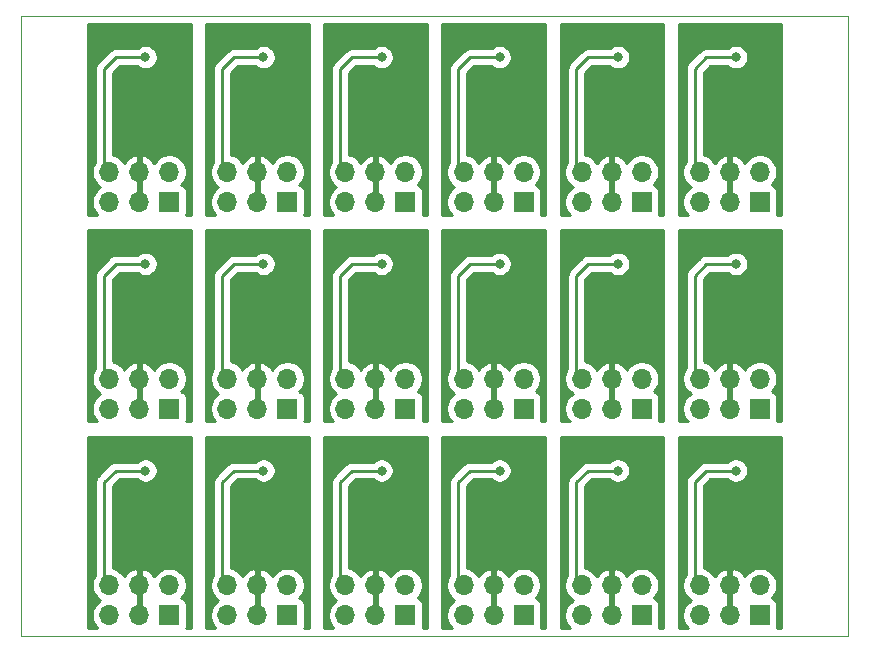
<source format=gbr>
G04 #@! TF.GenerationSoftware,KiCad,Pcbnew,5.1.10-88a1d61d58~90~ubuntu21.04.1*
G04 #@! TF.CreationDate,2021-10-15T10:00:42+02:00*
G04 #@! TF.ProjectId,IndicatorLeds,496e6469-6361-4746-9f72-4c6564732e6b,rev?*
G04 #@! TF.SameCoordinates,Original*
G04 #@! TF.FileFunction,Copper,L2,Bot*
G04 #@! TF.FilePolarity,Positive*
%FSLAX46Y46*%
G04 Gerber Fmt 4.6, Leading zero omitted, Abs format (unit mm)*
G04 Created by KiCad (PCBNEW 5.1.10-88a1d61d58~90~ubuntu21.04.1) date 2021-10-15 10:00:42*
%MOMM*%
%LPD*%
G01*
G04 APERTURE LIST*
G04 #@! TA.AperFunction,Profile*
%ADD10C,0.100000*%
G04 #@! TD*
G04 #@! TA.AperFunction,ComponentPad*
%ADD11R,1.700000X1.700000*%
G04 #@! TD*
G04 #@! TA.AperFunction,ComponentPad*
%ADD12O,1.700000X1.700000*%
G04 #@! TD*
G04 #@! TA.AperFunction,ViaPad*
%ADD13C,0.800000*%
G04 #@! TD*
G04 #@! TA.AperFunction,Conductor*
%ADD14C,0.250000*%
G04 #@! TD*
G04 #@! TA.AperFunction,Conductor*
%ADD15C,0.254000*%
G04 #@! TD*
G04 #@! TA.AperFunction,Conductor*
%ADD16C,0.350000*%
G04 #@! TD*
G04 APERTURE END LIST*
D10*
X45000000Y-49999000D02*
X110000000Y-49999000D01*
X45000000Y-102501000D02*
X45000000Y-49999000D01*
X115001000Y-102501000D02*
X45000000Y-102501000D01*
X115001000Y-49999000D02*
X115001000Y-102501000D01*
X110000000Y-49999000D02*
X115001000Y-49999000D01*
D11*
G04 #@! TO.P,J1,1*
G04 #@! TO.N,Board_18-VCC*
X107529026Y-100761011D03*
D12*
G04 #@! TO.P,J1,2*
X107529026Y-98221011D03*
G04 #@! TO.P,J1,3*
G04 #@! TO.N,Board_18-GND*
X104989026Y-100761011D03*
G04 #@! TO.P,J1,4*
X104989026Y-98221011D03*
G04 #@! TO.P,J1,5*
G04 #@! TO.N,Board_18-/Din*
X102449026Y-100761011D03*
G04 #@! TO.P,J1,6*
G04 #@! TO.N,Board_18-/Dout*
X102449026Y-98221011D03*
G04 #@! TD*
D11*
G04 #@! TO.P,J1,1*
G04 #@! TO.N,Board_17-VCC*
X97529021Y-100761011D03*
D12*
G04 #@! TO.P,J1,2*
X97529021Y-98221011D03*
G04 #@! TO.P,J1,3*
G04 #@! TO.N,Board_17-GND*
X94989021Y-100761011D03*
G04 #@! TO.P,J1,4*
X94989021Y-98221011D03*
G04 #@! TO.P,J1,5*
G04 #@! TO.N,Board_17-/Din*
X92449021Y-100761011D03*
G04 #@! TO.P,J1,6*
G04 #@! TO.N,Board_17-/Dout*
X92449021Y-98221011D03*
G04 #@! TD*
D11*
G04 #@! TO.P,J1,1*
G04 #@! TO.N,Board_16-VCC*
X87529016Y-100761011D03*
D12*
G04 #@! TO.P,J1,2*
X87529016Y-98221011D03*
G04 #@! TO.P,J1,3*
G04 #@! TO.N,Board_16-GND*
X84989016Y-100761011D03*
G04 #@! TO.P,J1,4*
X84989016Y-98221011D03*
G04 #@! TO.P,J1,5*
G04 #@! TO.N,Board_16-/Din*
X82449016Y-100761011D03*
G04 #@! TO.P,J1,6*
G04 #@! TO.N,Board_16-/Dout*
X82449016Y-98221011D03*
G04 #@! TD*
D11*
G04 #@! TO.P,J1,1*
G04 #@! TO.N,Board_15-VCC*
X77529011Y-100761011D03*
D12*
G04 #@! TO.P,J1,2*
X77529011Y-98221011D03*
G04 #@! TO.P,J1,3*
G04 #@! TO.N,Board_15-GND*
X74989011Y-100761011D03*
G04 #@! TO.P,J1,4*
X74989011Y-98221011D03*
G04 #@! TO.P,J1,5*
G04 #@! TO.N,Board_15-/Din*
X72449011Y-100761011D03*
G04 #@! TO.P,J1,6*
G04 #@! TO.N,Board_15-/Dout*
X72449011Y-98221011D03*
G04 #@! TD*
D11*
G04 #@! TO.P,J1,1*
G04 #@! TO.N,Board_14-VCC*
X67529006Y-100761011D03*
D12*
G04 #@! TO.P,J1,2*
X67529006Y-98221011D03*
G04 #@! TO.P,J1,3*
G04 #@! TO.N,Board_14-GND*
X64989006Y-100761011D03*
G04 #@! TO.P,J1,4*
X64989006Y-98221011D03*
G04 #@! TO.P,J1,5*
G04 #@! TO.N,Board_14-/Din*
X62449006Y-100761011D03*
G04 #@! TO.P,J1,6*
G04 #@! TO.N,Board_14-/Dout*
X62449006Y-98221011D03*
G04 #@! TD*
D11*
G04 #@! TO.P,J1,1*
G04 #@! TO.N,Board_13-VCC*
X57529001Y-100761011D03*
D12*
G04 #@! TO.P,J1,2*
X57529001Y-98221011D03*
G04 #@! TO.P,J1,3*
G04 #@! TO.N,Board_13-GND*
X54989001Y-100761011D03*
G04 #@! TO.P,J1,4*
X54989001Y-98221011D03*
G04 #@! TO.P,J1,5*
G04 #@! TO.N,Board_13-/Din*
X52449001Y-100761011D03*
G04 #@! TO.P,J1,6*
G04 #@! TO.N,Board_13-/Dout*
X52449001Y-98221011D03*
G04 #@! TD*
D11*
G04 #@! TO.P,J1,1*
G04 #@! TO.N,Board_12-VCC*
X107529026Y-83261006D03*
D12*
G04 #@! TO.P,J1,2*
X107529026Y-80721006D03*
G04 #@! TO.P,J1,3*
G04 #@! TO.N,Board_12-GND*
X104989026Y-83261006D03*
G04 #@! TO.P,J1,4*
X104989026Y-80721006D03*
G04 #@! TO.P,J1,5*
G04 #@! TO.N,Board_12-/Din*
X102449026Y-83261006D03*
G04 #@! TO.P,J1,6*
G04 #@! TO.N,Board_12-/Dout*
X102449026Y-80721006D03*
G04 #@! TD*
D11*
G04 #@! TO.P,J1,1*
G04 #@! TO.N,Board_11-VCC*
X97529021Y-83261006D03*
D12*
G04 #@! TO.P,J1,2*
X97529021Y-80721006D03*
G04 #@! TO.P,J1,3*
G04 #@! TO.N,Board_11-GND*
X94989021Y-83261006D03*
G04 #@! TO.P,J1,4*
X94989021Y-80721006D03*
G04 #@! TO.P,J1,5*
G04 #@! TO.N,Board_11-/Din*
X92449021Y-83261006D03*
G04 #@! TO.P,J1,6*
G04 #@! TO.N,Board_11-/Dout*
X92449021Y-80721006D03*
G04 #@! TD*
D11*
G04 #@! TO.P,J1,1*
G04 #@! TO.N,Board_10-VCC*
X87529016Y-83261006D03*
D12*
G04 #@! TO.P,J1,2*
X87529016Y-80721006D03*
G04 #@! TO.P,J1,3*
G04 #@! TO.N,Board_10-GND*
X84989016Y-83261006D03*
G04 #@! TO.P,J1,4*
X84989016Y-80721006D03*
G04 #@! TO.P,J1,5*
G04 #@! TO.N,Board_10-/Din*
X82449016Y-83261006D03*
G04 #@! TO.P,J1,6*
G04 #@! TO.N,Board_10-/Dout*
X82449016Y-80721006D03*
G04 #@! TD*
D11*
G04 #@! TO.P,J1,1*
G04 #@! TO.N,Board_9-VCC*
X77529011Y-83261006D03*
D12*
G04 #@! TO.P,J1,2*
X77529011Y-80721006D03*
G04 #@! TO.P,J1,3*
G04 #@! TO.N,Board_9-GND*
X74989011Y-83261006D03*
G04 #@! TO.P,J1,4*
X74989011Y-80721006D03*
G04 #@! TO.P,J1,5*
G04 #@! TO.N,Board_9-/Din*
X72449011Y-83261006D03*
G04 #@! TO.P,J1,6*
G04 #@! TO.N,Board_9-/Dout*
X72449011Y-80721006D03*
G04 #@! TD*
D11*
G04 #@! TO.P,J1,1*
G04 #@! TO.N,Board_8-VCC*
X67529006Y-83261006D03*
D12*
G04 #@! TO.P,J1,2*
X67529006Y-80721006D03*
G04 #@! TO.P,J1,3*
G04 #@! TO.N,Board_8-GND*
X64989006Y-83261006D03*
G04 #@! TO.P,J1,4*
X64989006Y-80721006D03*
G04 #@! TO.P,J1,5*
G04 #@! TO.N,Board_8-/Din*
X62449006Y-83261006D03*
G04 #@! TO.P,J1,6*
G04 #@! TO.N,Board_8-/Dout*
X62449006Y-80721006D03*
G04 #@! TD*
D11*
G04 #@! TO.P,J1,1*
G04 #@! TO.N,Board_7-VCC*
X57529001Y-83261006D03*
D12*
G04 #@! TO.P,J1,2*
X57529001Y-80721006D03*
G04 #@! TO.P,J1,3*
G04 #@! TO.N,Board_7-GND*
X54989001Y-83261006D03*
G04 #@! TO.P,J1,4*
X54989001Y-80721006D03*
G04 #@! TO.P,J1,5*
G04 #@! TO.N,Board_7-/Din*
X52449001Y-83261006D03*
G04 #@! TO.P,J1,6*
G04 #@! TO.N,Board_7-/Dout*
X52449001Y-80721006D03*
G04 #@! TD*
D11*
G04 #@! TO.P,J1,1*
G04 #@! TO.N,Board_6-VCC*
X107529026Y-65761001D03*
D12*
G04 #@! TO.P,J1,2*
X107529026Y-63221001D03*
G04 #@! TO.P,J1,3*
G04 #@! TO.N,Board_6-GND*
X104989026Y-65761001D03*
G04 #@! TO.P,J1,4*
X104989026Y-63221001D03*
G04 #@! TO.P,J1,5*
G04 #@! TO.N,Board_6-/Din*
X102449026Y-65761001D03*
G04 #@! TO.P,J1,6*
G04 #@! TO.N,Board_6-/Dout*
X102449026Y-63221001D03*
G04 #@! TD*
D11*
G04 #@! TO.P,J1,1*
G04 #@! TO.N,Board_5-VCC*
X97529021Y-65761001D03*
D12*
G04 #@! TO.P,J1,2*
X97529021Y-63221001D03*
G04 #@! TO.P,J1,3*
G04 #@! TO.N,Board_5-GND*
X94989021Y-65761001D03*
G04 #@! TO.P,J1,4*
X94989021Y-63221001D03*
G04 #@! TO.P,J1,5*
G04 #@! TO.N,Board_5-/Din*
X92449021Y-65761001D03*
G04 #@! TO.P,J1,6*
G04 #@! TO.N,Board_5-/Dout*
X92449021Y-63221001D03*
G04 #@! TD*
D11*
G04 #@! TO.P,J1,1*
G04 #@! TO.N,Board_4-VCC*
X87529016Y-65761001D03*
D12*
G04 #@! TO.P,J1,2*
X87529016Y-63221001D03*
G04 #@! TO.P,J1,3*
G04 #@! TO.N,Board_4-GND*
X84989016Y-65761001D03*
G04 #@! TO.P,J1,4*
X84989016Y-63221001D03*
G04 #@! TO.P,J1,5*
G04 #@! TO.N,Board_4-/Din*
X82449016Y-65761001D03*
G04 #@! TO.P,J1,6*
G04 #@! TO.N,Board_4-/Dout*
X82449016Y-63221001D03*
G04 #@! TD*
D11*
G04 #@! TO.P,J1,1*
G04 #@! TO.N,Board_3-VCC*
X77529011Y-65761001D03*
D12*
G04 #@! TO.P,J1,2*
X77529011Y-63221001D03*
G04 #@! TO.P,J1,3*
G04 #@! TO.N,Board_3-GND*
X74989011Y-65761001D03*
G04 #@! TO.P,J1,4*
X74989011Y-63221001D03*
G04 #@! TO.P,J1,5*
G04 #@! TO.N,Board_3-/Din*
X72449011Y-65761001D03*
G04 #@! TO.P,J1,6*
G04 #@! TO.N,Board_3-/Dout*
X72449011Y-63221001D03*
G04 #@! TD*
D11*
G04 #@! TO.P,J1,1*
G04 #@! TO.N,Board_2-VCC*
X67529006Y-65761001D03*
D12*
G04 #@! TO.P,J1,2*
X67529006Y-63221001D03*
G04 #@! TO.P,J1,3*
G04 #@! TO.N,Board_2-GND*
X64989006Y-65761001D03*
G04 #@! TO.P,J1,4*
X64989006Y-63221001D03*
G04 #@! TO.P,J1,5*
G04 #@! TO.N,Board_2-/Din*
X62449006Y-65761001D03*
G04 #@! TO.P,J1,6*
G04 #@! TO.N,Board_2-/Dout*
X62449006Y-63221001D03*
G04 #@! TD*
D11*
G04 #@! TO.P,J1,1*
G04 #@! TO.N,Board_1-VCC*
X57529001Y-65761001D03*
D12*
G04 #@! TO.P,J1,2*
X57529001Y-63221001D03*
G04 #@! TO.P,J1,3*
G04 #@! TO.N,Board_1-GND*
X54989001Y-65761001D03*
G04 #@! TO.P,J1,4*
X54989001Y-63221001D03*
G04 #@! TO.P,J1,5*
G04 #@! TO.N,Board_1-/Din*
X52449001Y-65761001D03*
G04 #@! TO.P,J1,6*
G04 #@! TO.N,Board_1-/Dout*
X52449001Y-63221001D03*
G04 #@! TD*
D13*
G04 #@! TO.N,Board_1-/Dout*
X55500001Y-53500001D03*
G04 #@! TO.N,Board_1-GND*
X53846001Y-56871001D03*
X53973001Y-51918001D03*
G04 #@! TO.N,Board_2-/Dout*
X65500006Y-53500001D03*
G04 #@! TO.N,Board_2-GND*
X63846006Y-56871001D03*
X63973006Y-51918001D03*
G04 #@! TO.N,Board_3-/Dout*
X75500011Y-53500001D03*
G04 #@! TO.N,Board_3-GND*
X73846011Y-56871001D03*
X73973011Y-51918001D03*
G04 #@! TO.N,Board_4-/Dout*
X85500016Y-53500001D03*
G04 #@! TO.N,Board_4-GND*
X83846016Y-56871001D03*
X83973016Y-51918001D03*
G04 #@! TO.N,Board_5-/Dout*
X95500021Y-53500001D03*
G04 #@! TO.N,Board_5-GND*
X93846021Y-56871001D03*
X93973021Y-51918001D03*
G04 #@! TO.N,Board_6-/Dout*
X105500026Y-53500001D03*
G04 #@! TO.N,Board_6-GND*
X103846026Y-56871001D03*
X103973026Y-51918001D03*
G04 #@! TO.N,Board_7-/Dout*
X55500001Y-71000006D03*
G04 #@! TO.N,Board_7-GND*
X53846001Y-74371006D03*
X53973001Y-69418006D03*
G04 #@! TO.N,Board_8-/Dout*
X65500006Y-71000006D03*
G04 #@! TO.N,Board_8-GND*
X63846006Y-74371006D03*
X63973006Y-69418006D03*
G04 #@! TO.N,Board_9-/Dout*
X75500011Y-71000006D03*
G04 #@! TO.N,Board_9-GND*
X73846011Y-74371006D03*
X73973011Y-69418006D03*
G04 #@! TO.N,Board_10-/Dout*
X85500016Y-71000006D03*
G04 #@! TO.N,Board_10-GND*
X83846016Y-74371006D03*
X83973016Y-69418006D03*
G04 #@! TO.N,Board_11-/Dout*
X95500021Y-71000006D03*
G04 #@! TO.N,Board_11-GND*
X93846021Y-74371006D03*
X93973021Y-69418006D03*
G04 #@! TO.N,Board_12-/Dout*
X105500026Y-71000006D03*
G04 #@! TO.N,Board_12-GND*
X103846026Y-74371006D03*
X103973026Y-69418006D03*
G04 #@! TO.N,Board_13-/Dout*
X55500001Y-88500011D03*
G04 #@! TO.N,Board_13-GND*
X53846001Y-91871011D03*
X53973001Y-86918011D03*
G04 #@! TO.N,Board_14-/Dout*
X65500006Y-88500011D03*
G04 #@! TO.N,Board_14-GND*
X63846006Y-91871011D03*
X63973006Y-86918011D03*
G04 #@! TO.N,Board_15-/Dout*
X75500011Y-88500011D03*
G04 #@! TO.N,Board_15-GND*
X73846011Y-91871011D03*
X73973011Y-86918011D03*
G04 #@! TO.N,Board_16-/Dout*
X85500016Y-88500011D03*
G04 #@! TO.N,Board_16-GND*
X83846016Y-91871011D03*
X83973016Y-86918011D03*
G04 #@! TO.N,Board_17-/Dout*
X95500021Y-88500011D03*
G04 #@! TO.N,Board_17-GND*
X93846021Y-91871011D03*
X93973021Y-86918011D03*
G04 #@! TO.N,Board_18-/Dout*
X105500026Y-88500011D03*
G04 #@! TO.N,Board_18-GND*
X103846026Y-91871011D03*
X103973026Y-86918011D03*
G04 #@! TD*
D14*
G04 #@! TO.N,Board_1-/Dout*
X52449001Y-63221001D02*
X52000001Y-62772001D01*
X53000001Y-53500001D02*
X52000001Y-54500001D01*
X55500001Y-53500001D02*
X53000001Y-53500001D01*
X52000001Y-62772001D02*
X52000001Y-54500001D01*
G04 #@! TO.N,Board_2-/Dout*
X62449006Y-63221001D02*
X62000006Y-62772001D01*
X63000006Y-53500001D02*
X62000006Y-54500001D01*
X65500006Y-53500001D02*
X63000006Y-53500001D01*
X62000006Y-62772001D02*
X62000006Y-54500001D01*
G04 #@! TO.N,Board_3-/Dout*
X72449011Y-63221001D02*
X72000011Y-62772001D01*
X73000011Y-53500001D02*
X72000011Y-54500001D01*
X75500011Y-53500001D02*
X73000011Y-53500001D01*
X72000011Y-62772001D02*
X72000011Y-54500001D01*
G04 #@! TO.N,Board_4-/Dout*
X82449016Y-63221001D02*
X82000016Y-62772001D01*
X83000016Y-53500001D02*
X82000016Y-54500001D01*
X85500016Y-53500001D02*
X83000016Y-53500001D01*
X82000016Y-62772001D02*
X82000016Y-54500001D01*
G04 #@! TO.N,Board_5-/Dout*
X92449021Y-63221001D02*
X92000021Y-62772001D01*
X93000021Y-53500001D02*
X92000021Y-54500001D01*
X95500021Y-53500001D02*
X93000021Y-53500001D01*
X92000021Y-62772001D02*
X92000021Y-54500001D01*
G04 #@! TO.N,Board_6-/Dout*
X102449026Y-63221001D02*
X102000026Y-62772001D01*
X103000026Y-53500001D02*
X102000026Y-54500001D01*
X105500026Y-53500001D02*
X103000026Y-53500001D01*
X102000026Y-62772001D02*
X102000026Y-54500001D01*
G04 #@! TO.N,Board_7-/Dout*
X52449001Y-80721006D02*
X52000001Y-80272006D01*
X53000001Y-71000006D02*
X52000001Y-72000006D01*
X55500001Y-71000006D02*
X53000001Y-71000006D01*
X52000001Y-80272006D02*
X52000001Y-72000006D01*
G04 #@! TO.N,Board_8-/Dout*
X62449006Y-80721006D02*
X62000006Y-80272006D01*
X63000006Y-71000006D02*
X62000006Y-72000006D01*
X65500006Y-71000006D02*
X63000006Y-71000006D01*
X62000006Y-80272006D02*
X62000006Y-72000006D01*
G04 #@! TO.N,Board_9-/Dout*
X72449011Y-80721006D02*
X72000011Y-80272006D01*
X73000011Y-71000006D02*
X72000011Y-72000006D01*
X75500011Y-71000006D02*
X73000011Y-71000006D01*
X72000011Y-80272006D02*
X72000011Y-72000006D01*
G04 #@! TO.N,Board_10-/Dout*
X82449016Y-80721006D02*
X82000016Y-80272006D01*
X83000016Y-71000006D02*
X82000016Y-72000006D01*
X85500016Y-71000006D02*
X83000016Y-71000006D01*
X82000016Y-80272006D02*
X82000016Y-72000006D01*
G04 #@! TO.N,Board_11-/Dout*
X92449021Y-80721006D02*
X92000021Y-80272006D01*
X93000021Y-71000006D02*
X92000021Y-72000006D01*
X95500021Y-71000006D02*
X93000021Y-71000006D01*
X92000021Y-80272006D02*
X92000021Y-72000006D01*
G04 #@! TO.N,Board_12-/Dout*
X102449026Y-80721006D02*
X102000026Y-80272006D01*
X103000026Y-71000006D02*
X102000026Y-72000006D01*
X105500026Y-71000006D02*
X103000026Y-71000006D01*
X102000026Y-80272006D02*
X102000026Y-72000006D01*
G04 #@! TO.N,Board_13-/Dout*
X52449001Y-98221011D02*
X52000001Y-97772011D01*
X53000001Y-88500011D02*
X52000001Y-89500011D01*
X55500001Y-88500011D02*
X53000001Y-88500011D01*
X52000001Y-97772011D02*
X52000001Y-89500011D01*
G04 #@! TO.N,Board_14-/Dout*
X62449006Y-98221011D02*
X62000006Y-97772011D01*
X63000006Y-88500011D02*
X62000006Y-89500011D01*
X65500006Y-88500011D02*
X63000006Y-88500011D01*
X62000006Y-97772011D02*
X62000006Y-89500011D01*
G04 #@! TO.N,Board_15-/Dout*
X72449011Y-98221011D02*
X72000011Y-97772011D01*
X73000011Y-88500011D02*
X72000011Y-89500011D01*
X75500011Y-88500011D02*
X73000011Y-88500011D01*
X72000011Y-97772011D02*
X72000011Y-89500011D01*
G04 #@! TO.N,Board_16-/Dout*
X82449016Y-98221011D02*
X82000016Y-97772011D01*
X83000016Y-88500011D02*
X82000016Y-89500011D01*
X85500016Y-88500011D02*
X83000016Y-88500011D01*
X82000016Y-97772011D02*
X82000016Y-89500011D01*
G04 #@! TO.N,Board_17-/Dout*
X92449021Y-98221011D02*
X92000021Y-97772011D01*
X93000021Y-88500011D02*
X92000021Y-89500011D01*
X95500021Y-88500011D02*
X93000021Y-88500011D01*
X92000021Y-97772011D02*
X92000021Y-89500011D01*
G04 #@! TO.N,Board_18-/Dout*
X102449026Y-98221011D02*
X102000026Y-97772011D01*
X103000026Y-88500011D02*
X102000026Y-89500011D01*
X105500026Y-88500011D02*
X103000026Y-88500011D01*
X102000026Y-97772011D02*
X102000026Y-89500011D01*
G04 #@! TD*
D15*
G04 #@! TO.N,Board_1-GND*
X59340001Y-66840001D02*
X58973108Y-66840001D01*
X59004813Y-66735483D01*
X59017073Y-66611001D01*
X59017073Y-64911001D01*
X59004813Y-64786519D01*
X58968503Y-64666821D01*
X58909538Y-64556507D01*
X58830186Y-64459816D01*
X58733495Y-64380464D01*
X58623181Y-64321499D01*
X58550621Y-64299488D01*
X58682476Y-64167633D01*
X58844991Y-63924412D01*
X58956933Y-63654159D01*
X59014001Y-63367261D01*
X59014001Y-63074741D01*
X58956933Y-62787843D01*
X58844991Y-62517590D01*
X58682476Y-62274369D01*
X58475633Y-62067526D01*
X58232412Y-61905011D01*
X57962159Y-61793069D01*
X57675261Y-61736001D01*
X57382741Y-61736001D01*
X57095843Y-61793069D01*
X56825590Y-61905011D01*
X56582369Y-62067526D01*
X56375526Y-62274369D01*
X56253806Y-62456535D01*
X56184179Y-62339646D01*
X55989270Y-62123413D01*
X55755921Y-61949360D01*
X55493100Y-61824176D01*
X55345891Y-61779525D01*
X55116001Y-61900846D01*
X55116001Y-63094001D01*
X55136001Y-63094001D01*
X55136001Y-63348001D01*
X55116001Y-63348001D01*
X55116001Y-65634001D01*
X55136001Y-65634001D01*
X55136001Y-65888001D01*
X55116001Y-65888001D01*
X55116001Y-65908001D01*
X54862001Y-65908001D01*
X54862001Y-65888001D01*
X54842001Y-65888001D01*
X54842001Y-65634001D01*
X54862001Y-65634001D01*
X54862001Y-63348001D01*
X54842001Y-63348001D01*
X54842001Y-63094001D01*
X54862001Y-63094001D01*
X54862001Y-61900846D01*
X54632111Y-61779525D01*
X54484902Y-61824176D01*
X54222081Y-61949360D01*
X53988732Y-62123413D01*
X53793823Y-62339646D01*
X53724196Y-62456535D01*
X53602476Y-62274369D01*
X53395633Y-62067526D01*
X53152412Y-61905011D01*
X52882159Y-61793069D01*
X52760001Y-61768770D01*
X52760001Y-54814802D01*
X53314803Y-54260001D01*
X54796290Y-54260001D01*
X54840227Y-54303938D01*
X55009745Y-54417206D01*
X55198103Y-54495227D01*
X55398062Y-54535001D01*
X55601940Y-54535001D01*
X55801899Y-54495227D01*
X55990257Y-54417206D01*
X56159775Y-54303938D01*
X56303938Y-54159775D01*
X56417206Y-53990257D01*
X56495227Y-53801899D01*
X56535001Y-53601940D01*
X56535001Y-53398062D01*
X56495227Y-53198103D01*
X56417206Y-53009745D01*
X56303938Y-52840227D01*
X56159775Y-52696064D01*
X55990257Y-52582796D01*
X55801899Y-52504775D01*
X55601940Y-52465001D01*
X55398062Y-52465001D01*
X55198103Y-52504775D01*
X55009745Y-52582796D01*
X54840227Y-52696064D01*
X54796290Y-52740001D01*
X53037334Y-52740001D01*
X53000001Y-52736324D01*
X52962668Y-52740001D01*
X52851015Y-52750998D01*
X52707754Y-52794455D01*
X52575725Y-52865027D01*
X52460000Y-52960000D01*
X52436202Y-52988998D01*
X51488999Y-53936202D01*
X51460001Y-53960000D01*
X51436203Y-53988998D01*
X51436202Y-53988999D01*
X51365027Y-54075725D01*
X51294455Y-54207755D01*
X51250999Y-54351016D01*
X51236325Y-54500001D01*
X51240002Y-54537333D01*
X51240001Y-62357468D01*
X51133011Y-62517590D01*
X51021069Y-62787843D01*
X50964001Y-63074741D01*
X50964001Y-63367261D01*
X51021069Y-63654159D01*
X51133011Y-63924412D01*
X51295526Y-64167633D01*
X51502369Y-64374476D01*
X51676761Y-64491001D01*
X51502369Y-64607526D01*
X51295526Y-64814369D01*
X51133011Y-65057590D01*
X51021069Y-65327843D01*
X50964001Y-65614741D01*
X50964001Y-65907261D01*
X51021069Y-66194159D01*
X51133011Y-66464412D01*
X51295526Y-66707633D01*
X51427894Y-66840001D01*
X50660001Y-66840001D01*
X50660001Y-50660001D01*
X59340002Y-50660001D01*
X59340001Y-66840001D01*
G04 #@! TA.AperFunction,Conductor*
D16*
G36*
X59340001Y-66840001D02*
G01*
X58973108Y-66840001D01*
X59004813Y-66735483D01*
X59017073Y-66611001D01*
X59017073Y-64911001D01*
X59004813Y-64786519D01*
X58968503Y-64666821D01*
X58909538Y-64556507D01*
X58830186Y-64459816D01*
X58733495Y-64380464D01*
X58623181Y-64321499D01*
X58550621Y-64299488D01*
X58682476Y-64167633D01*
X58844991Y-63924412D01*
X58956933Y-63654159D01*
X59014001Y-63367261D01*
X59014001Y-63074741D01*
X58956933Y-62787843D01*
X58844991Y-62517590D01*
X58682476Y-62274369D01*
X58475633Y-62067526D01*
X58232412Y-61905011D01*
X57962159Y-61793069D01*
X57675261Y-61736001D01*
X57382741Y-61736001D01*
X57095843Y-61793069D01*
X56825590Y-61905011D01*
X56582369Y-62067526D01*
X56375526Y-62274369D01*
X56253806Y-62456535D01*
X56184179Y-62339646D01*
X55989270Y-62123413D01*
X55755921Y-61949360D01*
X55493100Y-61824176D01*
X55345891Y-61779525D01*
X55116001Y-61900846D01*
X55116001Y-63094001D01*
X55136001Y-63094001D01*
X55136001Y-63348001D01*
X55116001Y-63348001D01*
X55116001Y-65634001D01*
X55136001Y-65634001D01*
X55136001Y-65888001D01*
X55116001Y-65888001D01*
X55116001Y-65908001D01*
X54862001Y-65908001D01*
X54862001Y-65888001D01*
X54842001Y-65888001D01*
X54842001Y-65634001D01*
X54862001Y-65634001D01*
X54862001Y-63348001D01*
X54842001Y-63348001D01*
X54842001Y-63094001D01*
X54862001Y-63094001D01*
X54862001Y-61900846D01*
X54632111Y-61779525D01*
X54484902Y-61824176D01*
X54222081Y-61949360D01*
X53988732Y-62123413D01*
X53793823Y-62339646D01*
X53724196Y-62456535D01*
X53602476Y-62274369D01*
X53395633Y-62067526D01*
X53152412Y-61905011D01*
X52882159Y-61793069D01*
X52760001Y-61768770D01*
X52760001Y-54814802D01*
X53314803Y-54260001D01*
X54796290Y-54260001D01*
X54840227Y-54303938D01*
X55009745Y-54417206D01*
X55198103Y-54495227D01*
X55398062Y-54535001D01*
X55601940Y-54535001D01*
X55801899Y-54495227D01*
X55990257Y-54417206D01*
X56159775Y-54303938D01*
X56303938Y-54159775D01*
X56417206Y-53990257D01*
X56495227Y-53801899D01*
X56535001Y-53601940D01*
X56535001Y-53398062D01*
X56495227Y-53198103D01*
X56417206Y-53009745D01*
X56303938Y-52840227D01*
X56159775Y-52696064D01*
X55990257Y-52582796D01*
X55801899Y-52504775D01*
X55601940Y-52465001D01*
X55398062Y-52465001D01*
X55198103Y-52504775D01*
X55009745Y-52582796D01*
X54840227Y-52696064D01*
X54796290Y-52740001D01*
X53037334Y-52740001D01*
X53000001Y-52736324D01*
X52962668Y-52740001D01*
X52851015Y-52750998D01*
X52707754Y-52794455D01*
X52575725Y-52865027D01*
X52460000Y-52960000D01*
X52436202Y-52988998D01*
X51488999Y-53936202D01*
X51460001Y-53960000D01*
X51436203Y-53988998D01*
X51436202Y-53988999D01*
X51365027Y-54075725D01*
X51294455Y-54207755D01*
X51250999Y-54351016D01*
X51236325Y-54500001D01*
X51240002Y-54537333D01*
X51240001Y-62357468D01*
X51133011Y-62517590D01*
X51021069Y-62787843D01*
X50964001Y-63074741D01*
X50964001Y-63367261D01*
X51021069Y-63654159D01*
X51133011Y-63924412D01*
X51295526Y-64167633D01*
X51502369Y-64374476D01*
X51676761Y-64491001D01*
X51502369Y-64607526D01*
X51295526Y-64814369D01*
X51133011Y-65057590D01*
X51021069Y-65327843D01*
X50964001Y-65614741D01*
X50964001Y-65907261D01*
X51021069Y-66194159D01*
X51133011Y-66464412D01*
X51295526Y-66707633D01*
X51427894Y-66840001D01*
X50660001Y-66840001D01*
X50660001Y-50660001D01*
X59340002Y-50660001D01*
X59340001Y-66840001D01*
G37*
G04 #@! TD.AperFunction*
G04 #@! TD*
D15*
G04 #@! TO.N,Board_2-GND*
X69340006Y-66840001D02*
X68973113Y-66840001D01*
X69004818Y-66735483D01*
X69017078Y-66611001D01*
X69017078Y-64911001D01*
X69004818Y-64786519D01*
X68968508Y-64666821D01*
X68909543Y-64556507D01*
X68830191Y-64459816D01*
X68733500Y-64380464D01*
X68623186Y-64321499D01*
X68550626Y-64299488D01*
X68682481Y-64167633D01*
X68844996Y-63924412D01*
X68956938Y-63654159D01*
X69014006Y-63367261D01*
X69014006Y-63074741D01*
X68956938Y-62787843D01*
X68844996Y-62517590D01*
X68682481Y-62274369D01*
X68475638Y-62067526D01*
X68232417Y-61905011D01*
X67962164Y-61793069D01*
X67675266Y-61736001D01*
X67382746Y-61736001D01*
X67095848Y-61793069D01*
X66825595Y-61905011D01*
X66582374Y-62067526D01*
X66375531Y-62274369D01*
X66253811Y-62456535D01*
X66184184Y-62339646D01*
X65989275Y-62123413D01*
X65755926Y-61949360D01*
X65493105Y-61824176D01*
X65345896Y-61779525D01*
X65116006Y-61900846D01*
X65116006Y-63094001D01*
X65136006Y-63094001D01*
X65136006Y-63348001D01*
X65116006Y-63348001D01*
X65116006Y-65634001D01*
X65136006Y-65634001D01*
X65136006Y-65888001D01*
X65116006Y-65888001D01*
X65116006Y-65908001D01*
X64862006Y-65908001D01*
X64862006Y-65888001D01*
X64842006Y-65888001D01*
X64842006Y-65634001D01*
X64862006Y-65634001D01*
X64862006Y-63348001D01*
X64842006Y-63348001D01*
X64842006Y-63094001D01*
X64862006Y-63094001D01*
X64862006Y-61900846D01*
X64632116Y-61779525D01*
X64484907Y-61824176D01*
X64222086Y-61949360D01*
X63988737Y-62123413D01*
X63793828Y-62339646D01*
X63724201Y-62456535D01*
X63602481Y-62274369D01*
X63395638Y-62067526D01*
X63152417Y-61905011D01*
X62882164Y-61793069D01*
X62760006Y-61768770D01*
X62760006Y-54814802D01*
X63314808Y-54260001D01*
X64796295Y-54260001D01*
X64840232Y-54303938D01*
X65009750Y-54417206D01*
X65198108Y-54495227D01*
X65398067Y-54535001D01*
X65601945Y-54535001D01*
X65801904Y-54495227D01*
X65990262Y-54417206D01*
X66159780Y-54303938D01*
X66303943Y-54159775D01*
X66417211Y-53990257D01*
X66495232Y-53801899D01*
X66535006Y-53601940D01*
X66535006Y-53398062D01*
X66495232Y-53198103D01*
X66417211Y-53009745D01*
X66303943Y-52840227D01*
X66159780Y-52696064D01*
X65990262Y-52582796D01*
X65801904Y-52504775D01*
X65601945Y-52465001D01*
X65398067Y-52465001D01*
X65198108Y-52504775D01*
X65009750Y-52582796D01*
X64840232Y-52696064D01*
X64796295Y-52740001D01*
X63037339Y-52740001D01*
X63000006Y-52736324D01*
X62962673Y-52740001D01*
X62851020Y-52750998D01*
X62707759Y-52794455D01*
X62575730Y-52865027D01*
X62460005Y-52960000D01*
X62436207Y-52988998D01*
X61489004Y-53936202D01*
X61460006Y-53960000D01*
X61436208Y-53988998D01*
X61436207Y-53988999D01*
X61365032Y-54075725D01*
X61294460Y-54207755D01*
X61251004Y-54351016D01*
X61236330Y-54500001D01*
X61240007Y-54537333D01*
X61240006Y-62357468D01*
X61133016Y-62517590D01*
X61021074Y-62787843D01*
X60964006Y-63074741D01*
X60964006Y-63367261D01*
X61021074Y-63654159D01*
X61133016Y-63924412D01*
X61295531Y-64167633D01*
X61502374Y-64374476D01*
X61676766Y-64491001D01*
X61502374Y-64607526D01*
X61295531Y-64814369D01*
X61133016Y-65057590D01*
X61021074Y-65327843D01*
X60964006Y-65614741D01*
X60964006Y-65907261D01*
X61021074Y-66194159D01*
X61133016Y-66464412D01*
X61295531Y-66707633D01*
X61427899Y-66840001D01*
X60660006Y-66840001D01*
X60660006Y-50660001D01*
X69340007Y-50660001D01*
X69340006Y-66840001D01*
G04 #@! TA.AperFunction,Conductor*
D16*
G36*
X69340006Y-66840001D02*
G01*
X68973113Y-66840001D01*
X69004818Y-66735483D01*
X69017078Y-66611001D01*
X69017078Y-64911001D01*
X69004818Y-64786519D01*
X68968508Y-64666821D01*
X68909543Y-64556507D01*
X68830191Y-64459816D01*
X68733500Y-64380464D01*
X68623186Y-64321499D01*
X68550626Y-64299488D01*
X68682481Y-64167633D01*
X68844996Y-63924412D01*
X68956938Y-63654159D01*
X69014006Y-63367261D01*
X69014006Y-63074741D01*
X68956938Y-62787843D01*
X68844996Y-62517590D01*
X68682481Y-62274369D01*
X68475638Y-62067526D01*
X68232417Y-61905011D01*
X67962164Y-61793069D01*
X67675266Y-61736001D01*
X67382746Y-61736001D01*
X67095848Y-61793069D01*
X66825595Y-61905011D01*
X66582374Y-62067526D01*
X66375531Y-62274369D01*
X66253811Y-62456535D01*
X66184184Y-62339646D01*
X65989275Y-62123413D01*
X65755926Y-61949360D01*
X65493105Y-61824176D01*
X65345896Y-61779525D01*
X65116006Y-61900846D01*
X65116006Y-63094001D01*
X65136006Y-63094001D01*
X65136006Y-63348001D01*
X65116006Y-63348001D01*
X65116006Y-65634001D01*
X65136006Y-65634001D01*
X65136006Y-65888001D01*
X65116006Y-65888001D01*
X65116006Y-65908001D01*
X64862006Y-65908001D01*
X64862006Y-65888001D01*
X64842006Y-65888001D01*
X64842006Y-65634001D01*
X64862006Y-65634001D01*
X64862006Y-63348001D01*
X64842006Y-63348001D01*
X64842006Y-63094001D01*
X64862006Y-63094001D01*
X64862006Y-61900846D01*
X64632116Y-61779525D01*
X64484907Y-61824176D01*
X64222086Y-61949360D01*
X63988737Y-62123413D01*
X63793828Y-62339646D01*
X63724201Y-62456535D01*
X63602481Y-62274369D01*
X63395638Y-62067526D01*
X63152417Y-61905011D01*
X62882164Y-61793069D01*
X62760006Y-61768770D01*
X62760006Y-54814802D01*
X63314808Y-54260001D01*
X64796295Y-54260001D01*
X64840232Y-54303938D01*
X65009750Y-54417206D01*
X65198108Y-54495227D01*
X65398067Y-54535001D01*
X65601945Y-54535001D01*
X65801904Y-54495227D01*
X65990262Y-54417206D01*
X66159780Y-54303938D01*
X66303943Y-54159775D01*
X66417211Y-53990257D01*
X66495232Y-53801899D01*
X66535006Y-53601940D01*
X66535006Y-53398062D01*
X66495232Y-53198103D01*
X66417211Y-53009745D01*
X66303943Y-52840227D01*
X66159780Y-52696064D01*
X65990262Y-52582796D01*
X65801904Y-52504775D01*
X65601945Y-52465001D01*
X65398067Y-52465001D01*
X65198108Y-52504775D01*
X65009750Y-52582796D01*
X64840232Y-52696064D01*
X64796295Y-52740001D01*
X63037339Y-52740001D01*
X63000006Y-52736324D01*
X62962673Y-52740001D01*
X62851020Y-52750998D01*
X62707759Y-52794455D01*
X62575730Y-52865027D01*
X62460005Y-52960000D01*
X62436207Y-52988998D01*
X61489004Y-53936202D01*
X61460006Y-53960000D01*
X61436208Y-53988998D01*
X61436207Y-53988999D01*
X61365032Y-54075725D01*
X61294460Y-54207755D01*
X61251004Y-54351016D01*
X61236330Y-54500001D01*
X61240007Y-54537333D01*
X61240006Y-62357468D01*
X61133016Y-62517590D01*
X61021074Y-62787843D01*
X60964006Y-63074741D01*
X60964006Y-63367261D01*
X61021074Y-63654159D01*
X61133016Y-63924412D01*
X61295531Y-64167633D01*
X61502374Y-64374476D01*
X61676766Y-64491001D01*
X61502374Y-64607526D01*
X61295531Y-64814369D01*
X61133016Y-65057590D01*
X61021074Y-65327843D01*
X60964006Y-65614741D01*
X60964006Y-65907261D01*
X61021074Y-66194159D01*
X61133016Y-66464412D01*
X61295531Y-66707633D01*
X61427899Y-66840001D01*
X60660006Y-66840001D01*
X60660006Y-50660001D01*
X69340007Y-50660001D01*
X69340006Y-66840001D01*
G37*
G04 #@! TD.AperFunction*
G04 #@! TD*
D15*
G04 #@! TO.N,Board_3-GND*
X79340011Y-66840001D02*
X78973118Y-66840001D01*
X79004823Y-66735483D01*
X79017083Y-66611001D01*
X79017083Y-64911001D01*
X79004823Y-64786519D01*
X78968513Y-64666821D01*
X78909548Y-64556507D01*
X78830196Y-64459816D01*
X78733505Y-64380464D01*
X78623191Y-64321499D01*
X78550631Y-64299488D01*
X78682486Y-64167633D01*
X78845001Y-63924412D01*
X78956943Y-63654159D01*
X79014011Y-63367261D01*
X79014011Y-63074741D01*
X78956943Y-62787843D01*
X78845001Y-62517590D01*
X78682486Y-62274369D01*
X78475643Y-62067526D01*
X78232422Y-61905011D01*
X77962169Y-61793069D01*
X77675271Y-61736001D01*
X77382751Y-61736001D01*
X77095853Y-61793069D01*
X76825600Y-61905011D01*
X76582379Y-62067526D01*
X76375536Y-62274369D01*
X76253816Y-62456535D01*
X76184189Y-62339646D01*
X75989280Y-62123413D01*
X75755931Y-61949360D01*
X75493110Y-61824176D01*
X75345901Y-61779525D01*
X75116011Y-61900846D01*
X75116011Y-63094001D01*
X75136011Y-63094001D01*
X75136011Y-63348001D01*
X75116011Y-63348001D01*
X75116011Y-65634001D01*
X75136011Y-65634001D01*
X75136011Y-65888001D01*
X75116011Y-65888001D01*
X75116011Y-65908001D01*
X74862011Y-65908001D01*
X74862011Y-65888001D01*
X74842011Y-65888001D01*
X74842011Y-65634001D01*
X74862011Y-65634001D01*
X74862011Y-63348001D01*
X74842011Y-63348001D01*
X74842011Y-63094001D01*
X74862011Y-63094001D01*
X74862011Y-61900846D01*
X74632121Y-61779525D01*
X74484912Y-61824176D01*
X74222091Y-61949360D01*
X73988742Y-62123413D01*
X73793833Y-62339646D01*
X73724206Y-62456535D01*
X73602486Y-62274369D01*
X73395643Y-62067526D01*
X73152422Y-61905011D01*
X72882169Y-61793069D01*
X72760011Y-61768770D01*
X72760011Y-54814802D01*
X73314813Y-54260001D01*
X74796300Y-54260001D01*
X74840237Y-54303938D01*
X75009755Y-54417206D01*
X75198113Y-54495227D01*
X75398072Y-54535001D01*
X75601950Y-54535001D01*
X75801909Y-54495227D01*
X75990267Y-54417206D01*
X76159785Y-54303938D01*
X76303948Y-54159775D01*
X76417216Y-53990257D01*
X76495237Y-53801899D01*
X76535011Y-53601940D01*
X76535011Y-53398062D01*
X76495237Y-53198103D01*
X76417216Y-53009745D01*
X76303948Y-52840227D01*
X76159785Y-52696064D01*
X75990267Y-52582796D01*
X75801909Y-52504775D01*
X75601950Y-52465001D01*
X75398072Y-52465001D01*
X75198113Y-52504775D01*
X75009755Y-52582796D01*
X74840237Y-52696064D01*
X74796300Y-52740001D01*
X73037344Y-52740001D01*
X73000011Y-52736324D01*
X72962678Y-52740001D01*
X72851025Y-52750998D01*
X72707764Y-52794455D01*
X72575735Y-52865027D01*
X72460010Y-52960000D01*
X72436212Y-52988998D01*
X71489009Y-53936202D01*
X71460011Y-53960000D01*
X71436213Y-53988998D01*
X71436212Y-53988999D01*
X71365037Y-54075725D01*
X71294465Y-54207755D01*
X71251009Y-54351016D01*
X71236335Y-54500001D01*
X71240012Y-54537333D01*
X71240011Y-62357468D01*
X71133021Y-62517590D01*
X71021079Y-62787843D01*
X70964011Y-63074741D01*
X70964011Y-63367261D01*
X71021079Y-63654159D01*
X71133021Y-63924412D01*
X71295536Y-64167633D01*
X71502379Y-64374476D01*
X71676771Y-64491001D01*
X71502379Y-64607526D01*
X71295536Y-64814369D01*
X71133021Y-65057590D01*
X71021079Y-65327843D01*
X70964011Y-65614741D01*
X70964011Y-65907261D01*
X71021079Y-66194159D01*
X71133021Y-66464412D01*
X71295536Y-66707633D01*
X71427904Y-66840001D01*
X70660011Y-66840001D01*
X70660011Y-50660001D01*
X79340012Y-50660001D01*
X79340011Y-66840001D01*
G04 #@! TA.AperFunction,Conductor*
D16*
G36*
X79340011Y-66840001D02*
G01*
X78973118Y-66840001D01*
X79004823Y-66735483D01*
X79017083Y-66611001D01*
X79017083Y-64911001D01*
X79004823Y-64786519D01*
X78968513Y-64666821D01*
X78909548Y-64556507D01*
X78830196Y-64459816D01*
X78733505Y-64380464D01*
X78623191Y-64321499D01*
X78550631Y-64299488D01*
X78682486Y-64167633D01*
X78845001Y-63924412D01*
X78956943Y-63654159D01*
X79014011Y-63367261D01*
X79014011Y-63074741D01*
X78956943Y-62787843D01*
X78845001Y-62517590D01*
X78682486Y-62274369D01*
X78475643Y-62067526D01*
X78232422Y-61905011D01*
X77962169Y-61793069D01*
X77675271Y-61736001D01*
X77382751Y-61736001D01*
X77095853Y-61793069D01*
X76825600Y-61905011D01*
X76582379Y-62067526D01*
X76375536Y-62274369D01*
X76253816Y-62456535D01*
X76184189Y-62339646D01*
X75989280Y-62123413D01*
X75755931Y-61949360D01*
X75493110Y-61824176D01*
X75345901Y-61779525D01*
X75116011Y-61900846D01*
X75116011Y-63094001D01*
X75136011Y-63094001D01*
X75136011Y-63348001D01*
X75116011Y-63348001D01*
X75116011Y-65634001D01*
X75136011Y-65634001D01*
X75136011Y-65888001D01*
X75116011Y-65888001D01*
X75116011Y-65908001D01*
X74862011Y-65908001D01*
X74862011Y-65888001D01*
X74842011Y-65888001D01*
X74842011Y-65634001D01*
X74862011Y-65634001D01*
X74862011Y-63348001D01*
X74842011Y-63348001D01*
X74842011Y-63094001D01*
X74862011Y-63094001D01*
X74862011Y-61900846D01*
X74632121Y-61779525D01*
X74484912Y-61824176D01*
X74222091Y-61949360D01*
X73988742Y-62123413D01*
X73793833Y-62339646D01*
X73724206Y-62456535D01*
X73602486Y-62274369D01*
X73395643Y-62067526D01*
X73152422Y-61905011D01*
X72882169Y-61793069D01*
X72760011Y-61768770D01*
X72760011Y-54814802D01*
X73314813Y-54260001D01*
X74796300Y-54260001D01*
X74840237Y-54303938D01*
X75009755Y-54417206D01*
X75198113Y-54495227D01*
X75398072Y-54535001D01*
X75601950Y-54535001D01*
X75801909Y-54495227D01*
X75990267Y-54417206D01*
X76159785Y-54303938D01*
X76303948Y-54159775D01*
X76417216Y-53990257D01*
X76495237Y-53801899D01*
X76535011Y-53601940D01*
X76535011Y-53398062D01*
X76495237Y-53198103D01*
X76417216Y-53009745D01*
X76303948Y-52840227D01*
X76159785Y-52696064D01*
X75990267Y-52582796D01*
X75801909Y-52504775D01*
X75601950Y-52465001D01*
X75398072Y-52465001D01*
X75198113Y-52504775D01*
X75009755Y-52582796D01*
X74840237Y-52696064D01*
X74796300Y-52740001D01*
X73037344Y-52740001D01*
X73000011Y-52736324D01*
X72962678Y-52740001D01*
X72851025Y-52750998D01*
X72707764Y-52794455D01*
X72575735Y-52865027D01*
X72460010Y-52960000D01*
X72436212Y-52988998D01*
X71489009Y-53936202D01*
X71460011Y-53960000D01*
X71436213Y-53988998D01*
X71436212Y-53988999D01*
X71365037Y-54075725D01*
X71294465Y-54207755D01*
X71251009Y-54351016D01*
X71236335Y-54500001D01*
X71240012Y-54537333D01*
X71240011Y-62357468D01*
X71133021Y-62517590D01*
X71021079Y-62787843D01*
X70964011Y-63074741D01*
X70964011Y-63367261D01*
X71021079Y-63654159D01*
X71133021Y-63924412D01*
X71295536Y-64167633D01*
X71502379Y-64374476D01*
X71676771Y-64491001D01*
X71502379Y-64607526D01*
X71295536Y-64814369D01*
X71133021Y-65057590D01*
X71021079Y-65327843D01*
X70964011Y-65614741D01*
X70964011Y-65907261D01*
X71021079Y-66194159D01*
X71133021Y-66464412D01*
X71295536Y-66707633D01*
X71427904Y-66840001D01*
X70660011Y-66840001D01*
X70660011Y-50660001D01*
X79340012Y-50660001D01*
X79340011Y-66840001D01*
G37*
G04 #@! TD.AperFunction*
G04 #@! TD*
D15*
G04 #@! TO.N,Board_4-GND*
X89340016Y-66840001D02*
X88973123Y-66840001D01*
X89004828Y-66735483D01*
X89017088Y-66611001D01*
X89017088Y-64911001D01*
X89004828Y-64786519D01*
X88968518Y-64666821D01*
X88909553Y-64556507D01*
X88830201Y-64459816D01*
X88733510Y-64380464D01*
X88623196Y-64321499D01*
X88550636Y-64299488D01*
X88682491Y-64167633D01*
X88845006Y-63924412D01*
X88956948Y-63654159D01*
X89014016Y-63367261D01*
X89014016Y-63074741D01*
X88956948Y-62787843D01*
X88845006Y-62517590D01*
X88682491Y-62274369D01*
X88475648Y-62067526D01*
X88232427Y-61905011D01*
X87962174Y-61793069D01*
X87675276Y-61736001D01*
X87382756Y-61736001D01*
X87095858Y-61793069D01*
X86825605Y-61905011D01*
X86582384Y-62067526D01*
X86375541Y-62274369D01*
X86253821Y-62456535D01*
X86184194Y-62339646D01*
X85989285Y-62123413D01*
X85755936Y-61949360D01*
X85493115Y-61824176D01*
X85345906Y-61779525D01*
X85116016Y-61900846D01*
X85116016Y-63094001D01*
X85136016Y-63094001D01*
X85136016Y-63348001D01*
X85116016Y-63348001D01*
X85116016Y-65634001D01*
X85136016Y-65634001D01*
X85136016Y-65888001D01*
X85116016Y-65888001D01*
X85116016Y-65908001D01*
X84862016Y-65908001D01*
X84862016Y-65888001D01*
X84842016Y-65888001D01*
X84842016Y-65634001D01*
X84862016Y-65634001D01*
X84862016Y-63348001D01*
X84842016Y-63348001D01*
X84842016Y-63094001D01*
X84862016Y-63094001D01*
X84862016Y-61900846D01*
X84632126Y-61779525D01*
X84484917Y-61824176D01*
X84222096Y-61949360D01*
X83988747Y-62123413D01*
X83793838Y-62339646D01*
X83724211Y-62456535D01*
X83602491Y-62274369D01*
X83395648Y-62067526D01*
X83152427Y-61905011D01*
X82882174Y-61793069D01*
X82760016Y-61768770D01*
X82760016Y-54814802D01*
X83314818Y-54260001D01*
X84796305Y-54260001D01*
X84840242Y-54303938D01*
X85009760Y-54417206D01*
X85198118Y-54495227D01*
X85398077Y-54535001D01*
X85601955Y-54535001D01*
X85801914Y-54495227D01*
X85990272Y-54417206D01*
X86159790Y-54303938D01*
X86303953Y-54159775D01*
X86417221Y-53990257D01*
X86495242Y-53801899D01*
X86535016Y-53601940D01*
X86535016Y-53398062D01*
X86495242Y-53198103D01*
X86417221Y-53009745D01*
X86303953Y-52840227D01*
X86159790Y-52696064D01*
X85990272Y-52582796D01*
X85801914Y-52504775D01*
X85601955Y-52465001D01*
X85398077Y-52465001D01*
X85198118Y-52504775D01*
X85009760Y-52582796D01*
X84840242Y-52696064D01*
X84796305Y-52740001D01*
X83037349Y-52740001D01*
X83000016Y-52736324D01*
X82962683Y-52740001D01*
X82851030Y-52750998D01*
X82707769Y-52794455D01*
X82575740Y-52865027D01*
X82460015Y-52960000D01*
X82436217Y-52988998D01*
X81489014Y-53936202D01*
X81460016Y-53960000D01*
X81436218Y-53988998D01*
X81436217Y-53988999D01*
X81365042Y-54075725D01*
X81294470Y-54207755D01*
X81251014Y-54351016D01*
X81236340Y-54500001D01*
X81240017Y-54537333D01*
X81240016Y-62357468D01*
X81133026Y-62517590D01*
X81021084Y-62787843D01*
X80964016Y-63074741D01*
X80964016Y-63367261D01*
X81021084Y-63654159D01*
X81133026Y-63924412D01*
X81295541Y-64167633D01*
X81502384Y-64374476D01*
X81676776Y-64491001D01*
X81502384Y-64607526D01*
X81295541Y-64814369D01*
X81133026Y-65057590D01*
X81021084Y-65327843D01*
X80964016Y-65614741D01*
X80964016Y-65907261D01*
X81021084Y-66194159D01*
X81133026Y-66464412D01*
X81295541Y-66707633D01*
X81427909Y-66840001D01*
X80660016Y-66840001D01*
X80660016Y-50660001D01*
X89340017Y-50660001D01*
X89340016Y-66840001D01*
G04 #@! TA.AperFunction,Conductor*
D16*
G36*
X89340016Y-66840001D02*
G01*
X88973123Y-66840001D01*
X89004828Y-66735483D01*
X89017088Y-66611001D01*
X89017088Y-64911001D01*
X89004828Y-64786519D01*
X88968518Y-64666821D01*
X88909553Y-64556507D01*
X88830201Y-64459816D01*
X88733510Y-64380464D01*
X88623196Y-64321499D01*
X88550636Y-64299488D01*
X88682491Y-64167633D01*
X88845006Y-63924412D01*
X88956948Y-63654159D01*
X89014016Y-63367261D01*
X89014016Y-63074741D01*
X88956948Y-62787843D01*
X88845006Y-62517590D01*
X88682491Y-62274369D01*
X88475648Y-62067526D01*
X88232427Y-61905011D01*
X87962174Y-61793069D01*
X87675276Y-61736001D01*
X87382756Y-61736001D01*
X87095858Y-61793069D01*
X86825605Y-61905011D01*
X86582384Y-62067526D01*
X86375541Y-62274369D01*
X86253821Y-62456535D01*
X86184194Y-62339646D01*
X85989285Y-62123413D01*
X85755936Y-61949360D01*
X85493115Y-61824176D01*
X85345906Y-61779525D01*
X85116016Y-61900846D01*
X85116016Y-63094001D01*
X85136016Y-63094001D01*
X85136016Y-63348001D01*
X85116016Y-63348001D01*
X85116016Y-65634001D01*
X85136016Y-65634001D01*
X85136016Y-65888001D01*
X85116016Y-65888001D01*
X85116016Y-65908001D01*
X84862016Y-65908001D01*
X84862016Y-65888001D01*
X84842016Y-65888001D01*
X84842016Y-65634001D01*
X84862016Y-65634001D01*
X84862016Y-63348001D01*
X84842016Y-63348001D01*
X84842016Y-63094001D01*
X84862016Y-63094001D01*
X84862016Y-61900846D01*
X84632126Y-61779525D01*
X84484917Y-61824176D01*
X84222096Y-61949360D01*
X83988747Y-62123413D01*
X83793838Y-62339646D01*
X83724211Y-62456535D01*
X83602491Y-62274369D01*
X83395648Y-62067526D01*
X83152427Y-61905011D01*
X82882174Y-61793069D01*
X82760016Y-61768770D01*
X82760016Y-54814802D01*
X83314818Y-54260001D01*
X84796305Y-54260001D01*
X84840242Y-54303938D01*
X85009760Y-54417206D01*
X85198118Y-54495227D01*
X85398077Y-54535001D01*
X85601955Y-54535001D01*
X85801914Y-54495227D01*
X85990272Y-54417206D01*
X86159790Y-54303938D01*
X86303953Y-54159775D01*
X86417221Y-53990257D01*
X86495242Y-53801899D01*
X86535016Y-53601940D01*
X86535016Y-53398062D01*
X86495242Y-53198103D01*
X86417221Y-53009745D01*
X86303953Y-52840227D01*
X86159790Y-52696064D01*
X85990272Y-52582796D01*
X85801914Y-52504775D01*
X85601955Y-52465001D01*
X85398077Y-52465001D01*
X85198118Y-52504775D01*
X85009760Y-52582796D01*
X84840242Y-52696064D01*
X84796305Y-52740001D01*
X83037349Y-52740001D01*
X83000016Y-52736324D01*
X82962683Y-52740001D01*
X82851030Y-52750998D01*
X82707769Y-52794455D01*
X82575740Y-52865027D01*
X82460015Y-52960000D01*
X82436217Y-52988998D01*
X81489014Y-53936202D01*
X81460016Y-53960000D01*
X81436218Y-53988998D01*
X81436217Y-53988999D01*
X81365042Y-54075725D01*
X81294470Y-54207755D01*
X81251014Y-54351016D01*
X81236340Y-54500001D01*
X81240017Y-54537333D01*
X81240016Y-62357468D01*
X81133026Y-62517590D01*
X81021084Y-62787843D01*
X80964016Y-63074741D01*
X80964016Y-63367261D01*
X81021084Y-63654159D01*
X81133026Y-63924412D01*
X81295541Y-64167633D01*
X81502384Y-64374476D01*
X81676776Y-64491001D01*
X81502384Y-64607526D01*
X81295541Y-64814369D01*
X81133026Y-65057590D01*
X81021084Y-65327843D01*
X80964016Y-65614741D01*
X80964016Y-65907261D01*
X81021084Y-66194159D01*
X81133026Y-66464412D01*
X81295541Y-66707633D01*
X81427909Y-66840001D01*
X80660016Y-66840001D01*
X80660016Y-50660001D01*
X89340017Y-50660001D01*
X89340016Y-66840001D01*
G37*
G04 #@! TD.AperFunction*
G04 #@! TD*
D15*
G04 #@! TO.N,Board_5-GND*
X99340021Y-66840001D02*
X98973128Y-66840001D01*
X99004833Y-66735483D01*
X99017093Y-66611001D01*
X99017093Y-64911001D01*
X99004833Y-64786519D01*
X98968523Y-64666821D01*
X98909558Y-64556507D01*
X98830206Y-64459816D01*
X98733515Y-64380464D01*
X98623201Y-64321499D01*
X98550641Y-64299488D01*
X98682496Y-64167633D01*
X98845011Y-63924412D01*
X98956953Y-63654159D01*
X99014021Y-63367261D01*
X99014021Y-63074741D01*
X98956953Y-62787843D01*
X98845011Y-62517590D01*
X98682496Y-62274369D01*
X98475653Y-62067526D01*
X98232432Y-61905011D01*
X97962179Y-61793069D01*
X97675281Y-61736001D01*
X97382761Y-61736001D01*
X97095863Y-61793069D01*
X96825610Y-61905011D01*
X96582389Y-62067526D01*
X96375546Y-62274369D01*
X96253826Y-62456535D01*
X96184199Y-62339646D01*
X95989290Y-62123413D01*
X95755941Y-61949360D01*
X95493120Y-61824176D01*
X95345911Y-61779525D01*
X95116021Y-61900846D01*
X95116021Y-63094001D01*
X95136021Y-63094001D01*
X95136021Y-63348001D01*
X95116021Y-63348001D01*
X95116021Y-65634001D01*
X95136021Y-65634001D01*
X95136021Y-65888001D01*
X95116021Y-65888001D01*
X95116021Y-65908001D01*
X94862021Y-65908001D01*
X94862021Y-65888001D01*
X94842021Y-65888001D01*
X94842021Y-65634001D01*
X94862021Y-65634001D01*
X94862021Y-63348001D01*
X94842021Y-63348001D01*
X94842021Y-63094001D01*
X94862021Y-63094001D01*
X94862021Y-61900846D01*
X94632131Y-61779525D01*
X94484922Y-61824176D01*
X94222101Y-61949360D01*
X93988752Y-62123413D01*
X93793843Y-62339646D01*
X93724216Y-62456535D01*
X93602496Y-62274369D01*
X93395653Y-62067526D01*
X93152432Y-61905011D01*
X92882179Y-61793069D01*
X92760021Y-61768770D01*
X92760021Y-54814802D01*
X93314823Y-54260001D01*
X94796310Y-54260001D01*
X94840247Y-54303938D01*
X95009765Y-54417206D01*
X95198123Y-54495227D01*
X95398082Y-54535001D01*
X95601960Y-54535001D01*
X95801919Y-54495227D01*
X95990277Y-54417206D01*
X96159795Y-54303938D01*
X96303958Y-54159775D01*
X96417226Y-53990257D01*
X96495247Y-53801899D01*
X96535021Y-53601940D01*
X96535021Y-53398062D01*
X96495247Y-53198103D01*
X96417226Y-53009745D01*
X96303958Y-52840227D01*
X96159795Y-52696064D01*
X95990277Y-52582796D01*
X95801919Y-52504775D01*
X95601960Y-52465001D01*
X95398082Y-52465001D01*
X95198123Y-52504775D01*
X95009765Y-52582796D01*
X94840247Y-52696064D01*
X94796310Y-52740001D01*
X93037354Y-52740001D01*
X93000021Y-52736324D01*
X92962688Y-52740001D01*
X92851035Y-52750998D01*
X92707774Y-52794455D01*
X92575745Y-52865027D01*
X92460020Y-52960000D01*
X92436222Y-52988998D01*
X91489019Y-53936202D01*
X91460021Y-53960000D01*
X91436223Y-53988998D01*
X91436222Y-53988999D01*
X91365047Y-54075725D01*
X91294475Y-54207755D01*
X91251019Y-54351016D01*
X91236345Y-54500001D01*
X91240022Y-54537333D01*
X91240021Y-62357468D01*
X91133031Y-62517590D01*
X91021089Y-62787843D01*
X90964021Y-63074741D01*
X90964021Y-63367261D01*
X91021089Y-63654159D01*
X91133031Y-63924412D01*
X91295546Y-64167633D01*
X91502389Y-64374476D01*
X91676781Y-64491001D01*
X91502389Y-64607526D01*
X91295546Y-64814369D01*
X91133031Y-65057590D01*
X91021089Y-65327843D01*
X90964021Y-65614741D01*
X90964021Y-65907261D01*
X91021089Y-66194159D01*
X91133031Y-66464412D01*
X91295546Y-66707633D01*
X91427914Y-66840001D01*
X90660021Y-66840001D01*
X90660021Y-50660001D01*
X99340022Y-50660001D01*
X99340021Y-66840001D01*
G04 #@! TA.AperFunction,Conductor*
D16*
G36*
X99340021Y-66840001D02*
G01*
X98973128Y-66840001D01*
X99004833Y-66735483D01*
X99017093Y-66611001D01*
X99017093Y-64911001D01*
X99004833Y-64786519D01*
X98968523Y-64666821D01*
X98909558Y-64556507D01*
X98830206Y-64459816D01*
X98733515Y-64380464D01*
X98623201Y-64321499D01*
X98550641Y-64299488D01*
X98682496Y-64167633D01*
X98845011Y-63924412D01*
X98956953Y-63654159D01*
X99014021Y-63367261D01*
X99014021Y-63074741D01*
X98956953Y-62787843D01*
X98845011Y-62517590D01*
X98682496Y-62274369D01*
X98475653Y-62067526D01*
X98232432Y-61905011D01*
X97962179Y-61793069D01*
X97675281Y-61736001D01*
X97382761Y-61736001D01*
X97095863Y-61793069D01*
X96825610Y-61905011D01*
X96582389Y-62067526D01*
X96375546Y-62274369D01*
X96253826Y-62456535D01*
X96184199Y-62339646D01*
X95989290Y-62123413D01*
X95755941Y-61949360D01*
X95493120Y-61824176D01*
X95345911Y-61779525D01*
X95116021Y-61900846D01*
X95116021Y-63094001D01*
X95136021Y-63094001D01*
X95136021Y-63348001D01*
X95116021Y-63348001D01*
X95116021Y-65634001D01*
X95136021Y-65634001D01*
X95136021Y-65888001D01*
X95116021Y-65888001D01*
X95116021Y-65908001D01*
X94862021Y-65908001D01*
X94862021Y-65888001D01*
X94842021Y-65888001D01*
X94842021Y-65634001D01*
X94862021Y-65634001D01*
X94862021Y-63348001D01*
X94842021Y-63348001D01*
X94842021Y-63094001D01*
X94862021Y-63094001D01*
X94862021Y-61900846D01*
X94632131Y-61779525D01*
X94484922Y-61824176D01*
X94222101Y-61949360D01*
X93988752Y-62123413D01*
X93793843Y-62339646D01*
X93724216Y-62456535D01*
X93602496Y-62274369D01*
X93395653Y-62067526D01*
X93152432Y-61905011D01*
X92882179Y-61793069D01*
X92760021Y-61768770D01*
X92760021Y-54814802D01*
X93314823Y-54260001D01*
X94796310Y-54260001D01*
X94840247Y-54303938D01*
X95009765Y-54417206D01*
X95198123Y-54495227D01*
X95398082Y-54535001D01*
X95601960Y-54535001D01*
X95801919Y-54495227D01*
X95990277Y-54417206D01*
X96159795Y-54303938D01*
X96303958Y-54159775D01*
X96417226Y-53990257D01*
X96495247Y-53801899D01*
X96535021Y-53601940D01*
X96535021Y-53398062D01*
X96495247Y-53198103D01*
X96417226Y-53009745D01*
X96303958Y-52840227D01*
X96159795Y-52696064D01*
X95990277Y-52582796D01*
X95801919Y-52504775D01*
X95601960Y-52465001D01*
X95398082Y-52465001D01*
X95198123Y-52504775D01*
X95009765Y-52582796D01*
X94840247Y-52696064D01*
X94796310Y-52740001D01*
X93037354Y-52740001D01*
X93000021Y-52736324D01*
X92962688Y-52740001D01*
X92851035Y-52750998D01*
X92707774Y-52794455D01*
X92575745Y-52865027D01*
X92460020Y-52960000D01*
X92436222Y-52988998D01*
X91489019Y-53936202D01*
X91460021Y-53960000D01*
X91436223Y-53988998D01*
X91436222Y-53988999D01*
X91365047Y-54075725D01*
X91294475Y-54207755D01*
X91251019Y-54351016D01*
X91236345Y-54500001D01*
X91240022Y-54537333D01*
X91240021Y-62357468D01*
X91133031Y-62517590D01*
X91021089Y-62787843D01*
X90964021Y-63074741D01*
X90964021Y-63367261D01*
X91021089Y-63654159D01*
X91133031Y-63924412D01*
X91295546Y-64167633D01*
X91502389Y-64374476D01*
X91676781Y-64491001D01*
X91502389Y-64607526D01*
X91295546Y-64814369D01*
X91133031Y-65057590D01*
X91021089Y-65327843D01*
X90964021Y-65614741D01*
X90964021Y-65907261D01*
X91021089Y-66194159D01*
X91133031Y-66464412D01*
X91295546Y-66707633D01*
X91427914Y-66840001D01*
X90660021Y-66840001D01*
X90660021Y-50660001D01*
X99340022Y-50660001D01*
X99340021Y-66840001D01*
G37*
G04 #@! TD.AperFunction*
G04 #@! TD*
D15*
G04 #@! TO.N,Board_6-GND*
X109340026Y-66840001D02*
X108973133Y-66840001D01*
X109004838Y-66735483D01*
X109017098Y-66611001D01*
X109017098Y-64911001D01*
X109004838Y-64786519D01*
X108968528Y-64666821D01*
X108909563Y-64556507D01*
X108830211Y-64459816D01*
X108733520Y-64380464D01*
X108623206Y-64321499D01*
X108550646Y-64299488D01*
X108682501Y-64167633D01*
X108845016Y-63924412D01*
X108956958Y-63654159D01*
X109014026Y-63367261D01*
X109014026Y-63074741D01*
X108956958Y-62787843D01*
X108845016Y-62517590D01*
X108682501Y-62274369D01*
X108475658Y-62067526D01*
X108232437Y-61905011D01*
X107962184Y-61793069D01*
X107675286Y-61736001D01*
X107382766Y-61736001D01*
X107095868Y-61793069D01*
X106825615Y-61905011D01*
X106582394Y-62067526D01*
X106375551Y-62274369D01*
X106253831Y-62456535D01*
X106184204Y-62339646D01*
X105989295Y-62123413D01*
X105755946Y-61949360D01*
X105493125Y-61824176D01*
X105345916Y-61779525D01*
X105116026Y-61900846D01*
X105116026Y-63094001D01*
X105136026Y-63094001D01*
X105136026Y-63348001D01*
X105116026Y-63348001D01*
X105116026Y-65634001D01*
X105136026Y-65634001D01*
X105136026Y-65888001D01*
X105116026Y-65888001D01*
X105116026Y-65908001D01*
X104862026Y-65908001D01*
X104862026Y-65888001D01*
X104842026Y-65888001D01*
X104842026Y-65634001D01*
X104862026Y-65634001D01*
X104862026Y-63348001D01*
X104842026Y-63348001D01*
X104842026Y-63094001D01*
X104862026Y-63094001D01*
X104862026Y-61900846D01*
X104632136Y-61779525D01*
X104484927Y-61824176D01*
X104222106Y-61949360D01*
X103988757Y-62123413D01*
X103793848Y-62339646D01*
X103724221Y-62456535D01*
X103602501Y-62274369D01*
X103395658Y-62067526D01*
X103152437Y-61905011D01*
X102882184Y-61793069D01*
X102760026Y-61768770D01*
X102760026Y-54814802D01*
X103314828Y-54260001D01*
X104796315Y-54260001D01*
X104840252Y-54303938D01*
X105009770Y-54417206D01*
X105198128Y-54495227D01*
X105398087Y-54535001D01*
X105601965Y-54535001D01*
X105801924Y-54495227D01*
X105990282Y-54417206D01*
X106159800Y-54303938D01*
X106303963Y-54159775D01*
X106417231Y-53990257D01*
X106495252Y-53801899D01*
X106535026Y-53601940D01*
X106535026Y-53398062D01*
X106495252Y-53198103D01*
X106417231Y-53009745D01*
X106303963Y-52840227D01*
X106159800Y-52696064D01*
X105990282Y-52582796D01*
X105801924Y-52504775D01*
X105601965Y-52465001D01*
X105398087Y-52465001D01*
X105198128Y-52504775D01*
X105009770Y-52582796D01*
X104840252Y-52696064D01*
X104796315Y-52740001D01*
X103037359Y-52740001D01*
X103000026Y-52736324D01*
X102962693Y-52740001D01*
X102851040Y-52750998D01*
X102707779Y-52794455D01*
X102575750Y-52865027D01*
X102460025Y-52960000D01*
X102436227Y-52988998D01*
X101489024Y-53936202D01*
X101460026Y-53960000D01*
X101436228Y-53988998D01*
X101436227Y-53988999D01*
X101365052Y-54075725D01*
X101294480Y-54207755D01*
X101251024Y-54351016D01*
X101236350Y-54500001D01*
X101240027Y-54537333D01*
X101240026Y-62357468D01*
X101133036Y-62517590D01*
X101021094Y-62787843D01*
X100964026Y-63074741D01*
X100964026Y-63367261D01*
X101021094Y-63654159D01*
X101133036Y-63924412D01*
X101295551Y-64167633D01*
X101502394Y-64374476D01*
X101676786Y-64491001D01*
X101502394Y-64607526D01*
X101295551Y-64814369D01*
X101133036Y-65057590D01*
X101021094Y-65327843D01*
X100964026Y-65614741D01*
X100964026Y-65907261D01*
X101021094Y-66194159D01*
X101133036Y-66464412D01*
X101295551Y-66707633D01*
X101427919Y-66840001D01*
X100660026Y-66840001D01*
X100660026Y-50660001D01*
X109340027Y-50660001D01*
X109340026Y-66840001D01*
G04 #@! TA.AperFunction,Conductor*
D16*
G36*
X109340026Y-66840001D02*
G01*
X108973133Y-66840001D01*
X109004838Y-66735483D01*
X109017098Y-66611001D01*
X109017098Y-64911001D01*
X109004838Y-64786519D01*
X108968528Y-64666821D01*
X108909563Y-64556507D01*
X108830211Y-64459816D01*
X108733520Y-64380464D01*
X108623206Y-64321499D01*
X108550646Y-64299488D01*
X108682501Y-64167633D01*
X108845016Y-63924412D01*
X108956958Y-63654159D01*
X109014026Y-63367261D01*
X109014026Y-63074741D01*
X108956958Y-62787843D01*
X108845016Y-62517590D01*
X108682501Y-62274369D01*
X108475658Y-62067526D01*
X108232437Y-61905011D01*
X107962184Y-61793069D01*
X107675286Y-61736001D01*
X107382766Y-61736001D01*
X107095868Y-61793069D01*
X106825615Y-61905011D01*
X106582394Y-62067526D01*
X106375551Y-62274369D01*
X106253831Y-62456535D01*
X106184204Y-62339646D01*
X105989295Y-62123413D01*
X105755946Y-61949360D01*
X105493125Y-61824176D01*
X105345916Y-61779525D01*
X105116026Y-61900846D01*
X105116026Y-63094001D01*
X105136026Y-63094001D01*
X105136026Y-63348001D01*
X105116026Y-63348001D01*
X105116026Y-65634001D01*
X105136026Y-65634001D01*
X105136026Y-65888001D01*
X105116026Y-65888001D01*
X105116026Y-65908001D01*
X104862026Y-65908001D01*
X104862026Y-65888001D01*
X104842026Y-65888001D01*
X104842026Y-65634001D01*
X104862026Y-65634001D01*
X104862026Y-63348001D01*
X104842026Y-63348001D01*
X104842026Y-63094001D01*
X104862026Y-63094001D01*
X104862026Y-61900846D01*
X104632136Y-61779525D01*
X104484927Y-61824176D01*
X104222106Y-61949360D01*
X103988757Y-62123413D01*
X103793848Y-62339646D01*
X103724221Y-62456535D01*
X103602501Y-62274369D01*
X103395658Y-62067526D01*
X103152437Y-61905011D01*
X102882184Y-61793069D01*
X102760026Y-61768770D01*
X102760026Y-54814802D01*
X103314828Y-54260001D01*
X104796315Y-54260001D01*
X104840252Y-54303938D01*
X105009770Y-54417206D01*
X105198128Y-54495227D01*
X105398087Y-54535001D01*
X105601965Y-54535001D01*
X105801924Y-54495227D01*
X105990282Y-54417206D01*
X106159800Y-54303938D01*
X106303963Y-54159775D01*
X106417231Y-53990257D01*
X106495252Y-53801899D01*
X106535026Y-53601940D01*
X106535026Y-53398062D01*
X106495252Y-53198103D01*
X106417231Y-53009745D01*
X106303963Y-52840227D01*
X106159800Y-52696064D01*
X105990282Y-52582796D01*
X105801924Y-52504775D01*
X105601965Y-52465001D01*
X105398087Y-52465001D01*
X105198128Y-52504775D01*
X105009770Y-52582796D01*
X104840252Y-52696064D01*
X104796315Y-52740001D01*
X103037359Y-52740001D01*
X103000026Y-52736324D01*
X102962693Y-52740001D01*
X102851040Y-52750998D01*
X102707779Y-52794455D01*
X102575750Y-52865027D01*
X102460025Y-52960000D01*
X102436227Y-52988998D01*
X101489024Y-53936202D01*
X101460026Y-53960000D01*
X101436228Y-53988998D01*
X101436227Y-53988999D01*
X101365052Y-54075725D01*
X101294480Y-54207755D01*
X101251024Y-54351016D01*
X101236350Y-54500001D01*
X101240027Y-54537333D01*
X101240026Y-62357468D01*
X101133036Y-62517590D01*
X101021094Y-62787843D01*
X100964026Y-63074741D01*
X100964026Y-63367261D01*
X101021094Y-63654159D01*
X101133036Y-63924412D01*
X101295551Y-64167633D01*
X101502394Y-64374476D01*
X101676786Y-64491001D01*
X101502394Y-64607526D01*
X101295551Y-64814369D01*
X101133036Y-65057590D01*
X101021094Y-65327843D01*
X100964026Y-65614741D01*
X100964026Y-65907261D01*
X101021094Y-66194159D01*
X101133036Y-66464412D01*
X101295551Y-66707633D01*
X101427919Y-66840001D01*
X100660026Y-66840001D01*
X100660026Y-50660001D01*
X109340027Y-50660001D01*
X109340026Y-66840001D01*
G37*
G04 #@! TD.AperFunction*
G04 #@! TD*
D15*
G04 #@! TO.N,Board_7-GND*
X59340001Y-84340006D02*
X58973108Y-84340006D01*
X59004813Y-84235488D01*
X59017073Y-84111006D01*
X59017073Y-82411006D01*
X59004813Y-82286524D01*
X58968503Y-82166826D01*
X58909538Y-82056512D01*
X58830186Y-81959821D01*
X58733495Y-81880469D01*
X58623181Y-81821504D01*
X58550621Y-81799493D01*
X58682476Y-81667638D01*
X58844991Y-81424417D01*
X58956933Y-81154164D01*
X59014001Y-80867266D01*
X59014001Y-80574746D01*
X58956933Y-80287848D01*
X58844991Y-80017595D01*
X58682476Y-79774374D01*
X58475633Y-79567531D01*
X58232412Y-79405016D01*
X57962159Y-79293074D01*
X57675261Y-79236006D01*
X57382741Y-79236006D01*
X57095843Y-79293074D01*
X56825590Y-79405016D01*
X56582369Y-79567531D01*
X56375526Y-79774374D01*
X56253806Y-79956540D01*
X56184179Y-79839651D01*
X55989270Y-79623418D01*
X55755921Y-79449365D01*
X55493100Y-79324181D01*
X55345891Y-79279530D01*
X55116001Y-79400851D01*
X55116001Y-80594006D01*
X55136001Y-80594006D01*
X55136001Y-80848006D01*
X55116001Y-80848006D01*
X55116001Y-83134006D01*
X55136001Y-83134006D01*
X55136001Y-83388006D01*
X55116001Y-83388006D01*
X55116001Y-83408006D01*
X54862001Y-83408006D01*
X54862001Y-83388006D01*
X54842001Y-83388006D01*
X54842001Y-83134006D01*
X54862001Y-83134006D01*
X54862001Y-80848006D01*
X54842001Y-80848006D01*
X54842001Y-80594006D01*
X54862001Y-80594006D01*
X54862001Y-79400851D01*
X54632111Y-79279530D01*
X54484902Y-79324181D01*
X54222081Y-79449365D01*
X53988732Y-79623418D01*
X53793823Y-79839651D01*
X53724196Y-79956540D01*
X53602476Y-79774374D01*
X53395633Y-79567531D01*
X53152412Y-79405016D01*
X52882159Y-79293074D01*
X52760001Y-79268775D01*
X52760001Y-72314807D01*
X53314803Y-71760006D01*
X54796290Y-71760006D01*
X54840227Y-71803943D01*
X55009745Y-71917211D01*
X55198103Y-71995232D01*
X55398062Y-72035006D01*
X55601940Y-72035006D01*
X55801899Y-71995232D01*
X55990257Y-71917211D01*
X56159775Y-71803943D01*
X56303938Y-71659780D01*
X56417206Y-71490262D01*
X56495227Y-71301904D01*
X56535001Y-71101945D01*
X56535001Y-70898067D01*
X56495227Y-70698108D01*
X56417206Y-70509750D01*
X56303938Y-70340232D01*
X56159775Y-70196069D01*
X55990257Y-70082801D01*
X55801899Y-70004780D01*
X55601940Y-69965006D01*
X55398062Y-69965006D01*
X55198103Y-70004780D01*
X55009745Y-70082801D01*
X54840227Y-70196069D01*
X54796290Y-70240006D01*
X53037334Y-70240006D01*
X53000001Y-70236329D01*
X52962668Y-70240006D01*
X52851015Y-70251003D01*
X52707754Y-70294460D01*
X52575725Y-70365032D01*
X52460000Y-70460005D01*
X52436202Y-70489003D01*
X51488999Y-71436207D01*
X51460001Y-71460005D01*
X51436203Y-71489003D01*
X51436202Y-71489004D01*
X51365027Y-71575730D01*
X51294455Y-71707760D01*
X51250999Y-71851021D01*
X51236325Y-72000006D01*
X51240002Y-72037338D01*
X51240001Y-79857473D01*
X51133011Y-80017595D01*
X51021069Y-80287848D01*
X50964001Y-80574746D01*
X50964001Y-80867266D01*
X51021069Y-81154164D01*
X51133011Y-81424417D01*
X51295526Y-81667638D01*
X51502369Y-81874481D01*
X51676761Y-81991006D01*
X51502369Y-82107531D01*
X51295526Y-82314374D01*
X51133011Y-82557595D01*
X51021069Y-82827848D01*
X50964001Y-83114746D01*
X50964001Y-83407266D01*
X51021069Y-83694164D01*
X51133011Y-83964417D01*
X51295526Y-84207638D01*
X51427894Y-84340006D01*
X50660001Y-84340006D01*
X50660001Y-68160006D01*
X59340002Y-68160006D01*
X59340001Y-84340006D01*
G04 #@! TA.AperFunction,Conductor*
D16*
G36*
X59340001Y-84340006D02*
G01*
X58973108Y-84340006D01*
X59004813Y-84235488D01*
X59017073Y-84111006D01*
X59017073Y-82411006D01*
X59004813Y-82286524D01*
X58968503Y-82166826D01*
X58909538Y-82056512D01*
X58830186Y-81959821D01*
X58733495Y-81880469D01*
X58623181Y-81821504D01*
X58550621Y-81799493D01*
X58682476Y-81667638D01*
X58844991Y-81424417D01*
X58956933Y-81154164D01*
X59014001Y-80867266D01*
X59014001Y-80574746D01*
X58956933Y-80287848D01*
X58844991Y-80017595D01*
X58682476Y-79774374D01*
X58475633Y-79567531D01*
X58232412Y-79405016D01*
X57962159Y-79293074D01*
X57675261Y-79236006D01*
X57382741Y-79236006D01*
X57095843Y-79293074D01*
X56825590Y-79405016D01*
X56582369Y-79567531D01*
X56375526Y-79774374D01*
X56253806Y-79956540D01*
X56184179Y-79839651D01*
X55989270Y-79623418D01*
X55755921Y-79449365D01*
X55493100Y-79324181D01*
X55345891Y-79279530D01*
X55116001Y-79400851D01*
X55116001Y-80594006D01*
X55136001Y-80594006D01*
X55136001Y-80848006D01*
X55116001Y-80848006D01*
X55116001Y-83134006D01*
X55136001Y-83134006D01*
X55136001Y-83388006D01*
X55116001Y-83388006D01*
X55116001Y-83408006D01*
X54862001Y-83408006D01*
X54862001Y-83388006D01*
X54842001Y-83388006D01*
X54842001Y-83134006D01*
X54862001Y-83134006D01*
X54862001Y-80848006D01*
X54842001Y-80848006D01*
X54842001Y-80594006D01*
X54862001Y-80594006D01*
X54862001Y-79400851D01*
X54632111Y-79279530D01*
X54484902Y-79324181D01*
X54222081Y-79449365D01*
X53988732Y-79623418D01*
X53793823Y-79839651D01*
X53724196Y-79956540D01*
X53602476Y-79774374D01*
X53395633Y-79567531D01*
X53152412Y-79405016D01*
X52882159Y-79293074D01*
X52760001Y-79268775D01*
X52760001Y-72314807D01*
X53314803Y-71760006D01*
X54796290Y-71760006D01*
X54840227Y-71803943D01*
X55009745Y-71917211D01*
X55198103Y-71995232D01*
X55398062Y-72035006D01*
X55601940Y-72035006D01*
X55801899Y-71995232D01*
X55990257Y-71917211D01*
X56159775Y-71803943D01*
X56303938Y-71659780D01*
X56417206Y-71490262D01*
X56495227Y-71301904D01*
X56535001Y-71101945D01*
X56535001Y-70898067D01*
X56495227Y-70698108D01*
X56417206Y-70509750D01*
X56303938Y-70340232D01*
X56159775Y-70196069D01*
X55990257Y-70082801D01*
X55801899Y-70004780D01*
X55601940Y-69965006D01*
X55398062Y-69965006D01*
X55198103Y-70004780D01*
X55009745Y-70082801D01*
X54840227Y-70196069D01*
X54796290Y-70240006D01*
X53037334Y-70240006D01*
X53000001Y-70236329D01*
X52962668Y-70240006D01*
X52851015Y-70251003D01*
X52707754Y-70294460D01*
X52575725Y-70365032D01*
X52460000Y-70460005D01*
X52436202Y-70489003D01*
X51488999Y-71436207D01*
X51460001Y-71460005D01*
X51436203Y-71489003D01*
X51436202Y-71489004D01*
X51365027Y-71575730D01*
X51294455Y-71707760D01*
X51250999Y-71851021D01*
X51236325Y-72000006D01*
X51240002Y-72037338D01*
X51240001Y-79857473D01*
X51133011Y-80017595D01*
X51021069Y-80287848D01*
X50964001Y-80574746D01*
X50964001Y-80867266D01*
X51021069Y-81154164D01*
X51133011Y-81424417D01*
X51295526Y-81667638D01*
X51502369Y-81874481D01*
X51676761Y-81991006D01*
X51502369Y-82107531D01*
X51295526Y-82314374D01*
X51133011Y-82557595D01*
X51021069Y-82827848D01*
X50964001Y-83114746D01*
X50964001Y-83407266D01*
X51021069Y-83694164D01*
X51133011Y-83964417D01*
X51295526Y-84207638D01*
X51427894Y-84340006D01*
X50660001Y-84340006D01*
X50660001Y-68160006D01*
X59340002Y-68160006D01*
X59340001Y-84340006D01*
G37*
G04 #@! TD.AperFunction*
G04 #@! TD*
D15*
G04 #@! TO.N,Board_8-GND*
X69340006Y-84340006D02*
X68973113Y-84340006D01*
X69004818Y-84235488D01*
X69017078Y-84111006D01*
X69017078Y-82411006D01*
X69004818Y-82286524D01*
X68968508Y-82166826D01*
X68909543Y-82056512D01*
X68830191Y-81959821D01*
X68733500Y-81880469D01*
X68623186Y-81821504D01*
X68550626Y-81799493D01*
X68682481Y-81667638D01*
X68844996Y-81424417D01*
X68956938Y-81154164D01*
X69014006Y-80867266D01*
X69014006Y-80574746D01*
X68956938Y-80287848D01*
X68844996Y-80017595D01*
X68682481Y-79774374D01*
X68475638Y-79567531D01*
X68232417Y-79405016D01*
X67962164Y-79293074D01*
X67675266Y-79236006D01*
X67382746Y-79236006D01*
X67095848Y-79293074D01*
X66825595Y-79405016D01*
X66582374Y-79567531D01*
X66375531Y-79774374D01*
X66253811Y-79956540D01*
X66184184Y-79839651D01*
X65989275Y-79623418D01*
X65755926Y-79449365D01*
X65493105Y-79324181D01*
X65345896Y-79279530D01*
X65116006Y-79400851D01*
X65116006Y-80594006D01*
X65136006Y-80594006D01*
X65136006Y-80848006D01*
X65116006Y-80848006D01*
X65116006Y-83134006D01*
X65136006Y-83134006D01*
X65136006Y-83388006D01*
X65116006Y-83388006D01*
X65116006Y-83408006D01*
X64862006Y-83408006D01*
X64862006Y-83388006D01*
X64842006Y-83388006D01*
X64842006Y-83134006D01*
X64862006Y-83134006D01*
X64862006Y-80848006D01*
X64842006Y-80848006D01*
X64842006Y-80594006D01*
X64862006Y-80594006D01*
X64862006Y-79400851D01*
X64632116Y-79279530D01*
X64484907Y-79324181D01*
X64222086Y-79449365D01*
X63988737Y-79623418D01*
X63793828Y-79839651D01*
X63724201Y-79956540D01*
X63602481Y-79774374D01*
X63395638Y-79567531D01*
X63152417Y-79405016D01*
X62882164Y-79293074D01*
X62760006Y-79268775D01*
X62760006Y-72314807D01*
X63314808Y-71760006D01*
X64796295Y-71760006D01*
X64840232Y-71803943D01*
X65009750Y-71917211D01*
X65198108Y-71995232D01*
X65398067Y-72035006D01*
X65601945Y-72035006D01*
X65801904Y-71995232D01*
X65990262Y-71917211D01*
X66159780Y-71803943D01*
X66303943Y-71659780D01*
X66417211Y-71490262D01*
X66495232Y-71301904D01*
X66535006Y-71101945D01*
X66535006Y-70898067D01*
X66495232Y-70698108D01*
X66417211Y-70509750D01*
X66303943Y-70340232D01*
X66159780Y-70196069D01*
X65990262Y-70082801D01*
X65801904Y-70004780D01*
X65601945Y-69965006D01*
X65398067Y-69965006D01*
X65198108Y-70004780D01*
X65009750Y-70082801D01*
X64840232Y-70196069D01*
X64796295Y-70240006D01*
X63037339Y-70240006D01*
X63000006Y-70236329D01*
X62962673Y-70240006D01*
X62851020Y-70251003D01*
X62707759Y-70294460D01*
X62575730Y-70365032D01*
X62460005Y-70460005D01*
X62436207Y-70489003D01*
X61489004Y-71436207D01*
X61460006Y-71460005D01*
X61436208Y-71489003D01*
X61436207Y-71489004D01*
X61365032Y-71575730D01*
X61294460Y-71707760D01*
X61251004Y-71851021D01*
X61236330Y-72000006D01*
X61240007Y-72037338D01*
X61240006Y-79857473D01*
X61133016Y-80017595D01*
X61021074Y-80287848D01*
X60964006Y-80574746D01*
X60964006Y-80867266D01*
X61021074Y-81154164D01*
X61133016Y-81424417D01*
X61295531Y-81667638D01*
X61502374Y-81874481D01*
X61676766Y-81991006D01*
X61502374Y-82107531D01*
X61295531Y-82314374D01*
X61133016Y-82557595D01*
X61021074Y-82827848D01*
X60964006Y-83114746D01*
X60964006Y-83407266D01*
X61021074Y-83694164D01*
X61133016Y-83964417D01*
X61295531Y-84207638D01*
X61427899Y-84340006D01*
X60660006Y-84340006D01*
X60660006Y-68160006D01*
X69340007Y-68160006D01*
X69340006Y-84340006D01*
G04 #@! TA.AperFunction,Conductor*
D16*
G36*
X69340006Y-84340006D02*
G01*
X68973113Y-84340006D01*
X69004818Y-84235488D01*
X69017078Y-84111006D01*
X69017078Y-82411006D01*
X69004818Y-82286524D01*
X68968508Y-82166826D01*
X68909543Y-82056512D01*
X68830191Y-81959821D01*
X68733500Y-81880469D01*
X68623186Y-81821504D01*
X68550626Y-81799493D01*
X68682481Y-81667638D01*
X68844996Y-81424417D01*
X68956938Y-81154164D01*
X69014006Y-80867266D01*
X69014006Y-80574746D01*
X68956938Y-80287848D01*
X68844996Y-80017595D01*
X68682481Y-79774374D01*
X68475638Y-79567531D01*
X68232417Y-79405016D01*
X67962164Y-79293074D01*
X67675266Y-79236006D01*
X67382746Y-79236006D01*
X67095848Y-79293074D01*
X66825595Y-79405016D01*
X66582374Y-79567531D01*
X66375531Y-79774374D01*
X66253811Y-79956540D01*
X66184184Y-79839651D01*
X65989275Y-79623418D01*
X65755926Y-79449365D01*
X65493105Y-79324181D01*
X65345896Y-79279530D01*
X65116006Y-79400851D01*
X65116006Y-80594006D01*
X65136006Y-80594006D01*
X65136006Y-80848006D01*
X65116006Y-80848006D01*
X65116006Y-83134006D01*
X65136006Y-83134006D01*
X65136006Y-83388006D01*
X65116006Y-83388006D01*
X65116006Y-83408006D01*
X64862006Y-83408006D01*
X64862006Y-83388006D01*
X64842006Y-83388006D01*
X64842006Y-83134006D01*
X64862006Y-83134006D01*
X64862006Y-80848006D01*
X64842006Y-80848006D01*
X64842006Y-80594006D01*
X64862006Y-80594006D01*
X64862006Y-79400851D01*
X64632116Y-79279530D01*
X64484907Y-79324181D01*
X64222086Y-79449365D01*
X63988737Y-79623418D01*
X63793828Y-79839651D01*
X63724201Y-79956540D01*
X63602481Y-79774374D01*
X63395638Y-79567531D01*
X63152417Y-79405016D01*
X62882164Y-79293074D01*
X62760006Y-79268775D01*
X62760006Y-72314807D01*
X63314808Y-71760006D01*
X64796295Y-71760006D01*
X64840232Y-71803943D01*
X65009750Y-71917211D01*
X65198108Y-71995232D01*
X65398067Y-72035006D01*
X65601945Y-72035006D01*
X65801904Y-71995232D01*
X65990262Y-71917211D01*
X66159780Y-71803943D01*
X66303943Y-71659780D01*
X66417211Y-71490262D01*
X66495232Y-71301904D01*
X66535006Y-71101945D01*
X66535006Y-70898067D01*
X66495232Y-70698108D01*
X66417211Y-70509750D01*
X66303943Y-70340232D01*
X66159780Y-70196069D01*
X65990262Y-70082801D01*
X65801904Y-70004780D01*
X65601945Y-69965006D01*
X65398067Y-69965006D01*
X65198108Y-70004780D01*
X65009750Y-70082801D01*
X64840232Y-70196069D01*
X64796295Y-70240006D01*
X63037339Y-70240006D01*
X63000006Y-70236329D01*
X62962673Y-70240006D01*
X62851020Y-70251003D01*
X62707759Y-70294460D01*
X62575730Y-70365032D01*
X62460005Y-70460005D01*
X62436207Y-70489003D01*
X61489004Y-71436207D01*
X61460006Y-71460005D01*
X61436208Y-71489003D01*
X61436207Y-71489004D01*
X61365032Y-71575730D01*
X61294460Y-71707760D01*
X61251004Y-71851021D01*
X61236330Y-72000006D01*
X61240007Y-72037338D01*
X61240006Y-79857473D01*
X61133016Y-80017595D01*
X61021074Y-80287848D01*
X60964006Y-80574746D01*
X60964006Y-80867266D01*
X61021074Y-81154164D01*
X61133016Y-81424417D01*
X61295531Y-81667638D01*
X61502374Y-81874481D01*
X61676766Y-81991006D01*
X61502374Y-82107531D01*
X61295531Y-82314374D01*
X61133016Y-82557595D01*
X61021074Y-82827848D01*
X60964006Y-83114746D01*
X60964006Y-83407266D01*
X61021074Y-83694164D01*
X61133016Y-83964417D01*
X61295531Y-84207638D01*
X61427899Y-84340006D01*
X60660006Y-84340006D01*
X60660006Y-68160006D01*
X69340007Y-68160006D01*
X69340006Y-84340006D01*
G37*
G04 #@! TD.AperFunction*
G04 #@! TD*
D15*
G04 #@! TO.N,Board_9-GND*
X79340011Y-84340006D02*
X78973118Y-84340006D01*
X79004823Y-84235488D01*
X79017083Y-84111006D01*
X79017083Y-82411006D01*
X79004823Y-82286524D01*
X78968513Y-82166826D01*
X78909548Y-82056512D01*
X78830196Y-81959821D01*
X78733505Y-81880469D01*
X78623191Y-81821504D01*
X78550631Y-81799493D01*
X78682486Y-81667638D01*
X78845001Y-81424417D01*
X78956943Y-81154164D01*
X79014011Y-80867266D01*
X79014011Y-80574746D01*
X78956943Y-80287848D01*
X78845001Y-80017595D01*
X78682486Y-79774374D01*
X78475643Y-79567531D01*
X78232422Y-79405016D01*
X77962169Y-79293074D01*
X77675271Y-79236006D01*
X77382751Y-79236006D01*
X77095853Y-79293074D01*
X76825600Y-79405016D01*
X76582379Y-79567531D01*
X76375536Y-79774374D01*
X76253816Y-79956540D01*
X76184189Y-79839651D01*
X75989280Y-79623418D01*
X75755931Y-79449365D01*
X75493110Y-79324181D01*
X75345901Y-79279530D01*
X75116011Y-79400851D01*
X75116011Y-80594006D01*
X75136011Y-80594006D01*
X75136011Y-80848006D01*
X75116011Y-80848006D01*
X75116011Y-83134006D01*
X75136011Y-83134006D01*
X75136011Y-83388006D01*
X75116011Y-83388006D01*
X75116011Y-83408006D01*
X74862011Y-83408006D01*
X74862011Y-83388006D01*
X74842011Y-83388006D01*
X74842011Y-83134006D01*
X74862011Y-83134006D01*
X74862011Y-80848006D01*
X74842011Y-80848006D01*
X74842011Y-80594006D01*
X74862011Y-80594006D01*
X74862011Y-79400851D01*
X74632121Y-79279530D01*
X74484912Y-79324181D01*
X74222091Y-79449365D01*
X73988742Y-79623418D01*
X73793833Y-79839651D01*
X73724206Y-79956540D01*
X73602486Y-79774374D01*
X73395643Y-79567531D01*
X73152422Y-79405016D01*
X72882169Y-79293074D01*
X72760011Y-79268775D01*
X72760011Y-72314807D01*
X73314813Y-71760006D01*
X74796300Y-71760006D01*
X74840237Y-71803943D01*
X75009755Y-71917211D01*
X75198113Y-71995232D01*
X75398072Y-72035006D01*
X75601950Y-72035006D01*
X75801909Y-71995232D01*
X75990267Y-71917211D01*
X76159785Y-71803943D01*
X76303948Y-71659780D01*
X76417216Y-71490262D01*
X76495237Y-71301904D01*
X76535011Y-71101945D01*
X76535011Y-70898067D01*
X76495237Y-70698108D01*
X76417216Y-70509750D01*
X76303948Y-70340232D01*
X76159785Y-70196069D01*
X75990267Y-70082801D01*
X75801909Y-70004780D01*
X75601950Y-69965006D01*
X75398072Y-69965006D01*
X75198113Y-70004780D01*
X75009755Y-70082801D01*
X74840237Y-70196069D01*
X74796300Y-70240006D01*
X73037344Y-70240006D01*
X73000011Y-70236329D01*
X72962678Y-70240006D01*
X72851025Y-70251003D01*
X72707764Y-70294460D01*
X72575735Y-70365032D01*
X72460010Y-70460005D01*
X72436212Y-70489003D01*
X71489009Y-71436207D01*
X71460011Y-71460005D01*
X71436213Y-71489003D01*
X71436212Y-71489004D01*
X71365037Y-71575730D01*
X71294465Y-71707760D01*
X71251009Y-71851021D01*
X71236335Y-72000006D01*
X71240012Y-72037338D01*
X71240011Y-79857473D01*
X71133021Y-80017595D01*
X71021079Y-80287848D01*
X70964011Y-80574746D01*
X70964011Y-80867266D01*
X71021079Y-81154164D01*
X71133021Y-81424417D01*
X71295536Y-81667638D01*
X71502379Y-81874481D01*
X71676771Y-81991006D01*
X71502379Y-82107531D01*
X71295536Y-82314374D01*
X71133021Y-82557595D01*
X71021079Y-82827848D01*
X70964011Y-83114746D01*
X70964011Y-83407266D01*
X71021079Y-83694164D01*
X71133021Y-83964417D01*
X71295536Y-84207638D01*
X71427904Y-84340006D01*
X70660011Y-84340006D01*
X70660011Y-68160006D01*
X79340012Y-68160006D01*
X79340011Y-84340006D01*
G04 #@! TA.AperFunction,Conductor*
D16*
G36*
X79340011Y-84340006D02*
G01*
X78973118Y-84340006D01*
X79004823Y-84235488D01*
X79017083Y-84111006D01*
X79017083Y-82411006D01*
X79004823Y-82286524D01*
X78968513Y-82166826D01*
X78909548Y-82056512D01*
X78830196Y-81959821D01*
X78733505Y-81880469D01*
X78623191Y-81821504D01*
X78550631Y-81799493D01*
X78682486Y-81667638D01*
X78845001Y-81424417D01*
X78956943Y-81154164D01*
X79014011Y-80867266D01*
X79014011Y-80574746D01*
X78956943Y-80287848D01*
X78845001Y-80017595D01*
X78682486Y-79774374D01*
X78475643Y-79567531D01*
X78232422Y-79405016D01*
X77962169Y-79293074D01*
X77675271Y-79236006D01*
X77382751Y-79236006D01*
X77095853Y-79293074D01*
X76825600Y-79405016D01*
X76582379Y-79567531D01*
X76375536Y-79774374D01*
X76253816Y-79956540D01*
X76184189Y-79839651D01*
X75989280Y-79623418D01*
X75755931Y-79449365D01*
X75493110Y-79324181D01*
X75345901Y-79279530D01*
X75116011Y-79400851D01*
X75116011Y-80594006D01*
X75136011Y-80594006D01*
X75136011Y-80848006D01*
X75116011Y-80848006D01*
X75116011Y-83134006D01*
X75136011Y-83134006D01*
X75136011Y-83388006D01*
X75116011Y-83388006D01*
X75116011Y-83408006D01*
X74862011Y-83408006D01*
X74862011Y-83388006D01*
X74842011Y-83388006D01*
X74842011Y-83134006D01*
X74862011Y-83134006D01*
X74862011Y-80848006D01*
X74842011Y-80848006D01*
X74842011Y-80594006D01*
X74862011Y-80594006D01*
X74862011Y-79400851D01*
X74632121Y-79279530D01*
X74484912Y-79324181D01*
X74222091Y-79449365D01*
X73988742Y-79623418D01*
X73793833Y-79839651D01*
X73724206Y-79956540D01*
X73602486Y-79774374D01*
X73395643Y-79567531D01*
X73152422Y-79405016D01*
X72882169Y-79293074D01*
X72760011Y-79268775D01*
X72760011Y-72314807D01*
X73314813Y-71760006D01*
X74796300Y-71760006D01*
X74840237Y-71803943D01*
X75009755Y-71917211D01*
X75198113Y-71995232D01*
X75398072Y-72035006D01*
X75601950Y-72035006D01*
X75801909Y-71995232D01*
X75990267Y-71917211D01*
X76159785Y-71803943D01*
X76303948Y-71659780D01*
X76417216Y-71490262D01*
X76495237Y-71301904D01*
X76535011Y-71101945D01*
X76535011Y-70898067D01*
X76495237Y-70698108D01*
X76417216Y-70509750D01*
X76303948Y-70340232D01*
X76159785Y-70196069D01*
X75990267Y-70082801D01*
X75801909Y-70004780D01*
X75601950Y-69965006D01*
X75398072Y-69965006D01*
X75198113Y-70004780D01*
X75009755Y-70082801D01*
X74840237Y-70196069D01*
X74796300Y-70240006D01*
X73037344Y-70240006D01*
X73000011Y-70236329D01*
X72962678Y-70240006D01*
X72851025Y-70251003D01*
X72707764Y-70294460D01*
X72575735Y-70365032D01*
X72460010Y-70460005D01*
X72436212Y-70489003D01*
X71489009Y-71436207D01*
X71460011Y-71460005D01*
X71436213Y-71489003D01*
X71436212Y-71489004D01*
X71365037Y-71575730D01*
X71294465Y-71707760D01*
X71251009Y-71851021D01*
X71236335Y-72000006D01*
X71240012Y-72037338D01*
X71240011Y-79857473D01*
X71133021Y-80017595D01*
X71021079Y-80287848D01*
X70964011Y-80574746D01*
X70964011Y-80867266D01*
X71021079Y-81154164D01*
X71133021Y-81424417D01*
X71295536Y-81667638D01*
X71502379Y-81874481D01*
X71676771Y-81991006D01*
X71502379Y-82107531D01*
X71295536Y-82314374D01*
X71133021Y-82557595D01*
X71021079Y-82827848D01*
X70964011Y-83114746D01*
X70964011Y-83407266D01*
X71021079Y-83694164D01*
X71133021Y-83964417D01*
X71295536Y-84207638D01*
X71427904Y-84340006D01*
X70660011Y-84340006D01*
X70660011Y-68160006D01*
X79340012Y-68160006D01*
X79340011Y-84340006D01*
G37*
G04 #@! TD.AperFunction*
G04 #@! TD*
D15*
G04 #@! TO.N,Board_10-GND*
X89340016Y-84340006D02*
X88973123Y-84340006D01*
X89004828Y-84235488D01*
X89017088Y-84111006D01*
X89017088Y-82411006D01*
X89004828Y-82286524D01*
X88968518Y-82166826D01*
X88909553Y-82056512D01*
X88830201Y-81959821D01*
X88733510Y-81880469D01*
X88623196Y-81821504D01*
X88550636Y-81799493D01*
X88682491Y-81667638D01*
X88845006Y-81424417D01*
X88956948Y-81154164D01*
X89014016Y-80867266D01*
X89014016Y-80574746D01*
X88956948Y-80287848D01*
X88845006Y-80017595D01*
X88682491Y-79774374D01*
X88475648Y-79567531D01*
X88232427Y-79405016D01*
X87962174Y-79293074D01*
X87675276Y-79236006D01*
X87382756Y-79236006D01*
X87095858Y-79293074D01*
X86825605Y-79405016D01*
X86582384Y-79567531D01*
X86375541Y-79774374D01*
X86253821Y-79956540D01*
X86184194Y-79839651D01*
X85989285Y-79623418D01*
X85755936Y-79449365D01*
X85493115Y-79324181D01*
X85345906Y-79279530D01*
X85116016Y-79400851D01*
X85116016Y-80594006D01*
X85136016Y-80594006D01*
X85136016Y-80848006D01*
X85116016Y-80848006D01*
X85116016Y-83134006D01*
X85136016Y-83134006D01*
X85136016Y-83388006D01*
X85116016Y-83388006D01*
X85116016Y-83408006D01*
X84862016Y-83408006D01*
X84862016Y-83388006D01*
X84842016Y-83388006D01*
X84842016Y-83134006D01*
X84862016Y-83134006D01*
X84862016Y-80848006D01*
X84842016Y-80848006D01*
X84842016Y-80594006D01*
X84862016Y-80594006D01*
X84862016Y-79400851D01*
X84632126Y-79279530D01*
X84484917Y-79324181D01*
X84222096Y-79449365D01*
X83988747Y-79623418D01*
X83793838Y-79839651D01*
X83724211Y-79956540D01*
X83602491Y-79774374D01*
X83395648Y-79567531D01*
X83152427Y-79405016D01*
X82882174Y-79293074D01*
X82760016Y-79268775D01*
X82760016Y-72314807D01*
X83314818Y-71760006D01*
X84796305Y-71760006D01*
X84840242Y-71803943D01*
X85009760Y-71917211D01*
X85198118Y-71995232D01*
X85398077Y-72035006D01*
X85601955Y-72035006D01*
X85801914Y-71995232D01*
X85990272Y-71917211D01*
X86159790Y-71803943D01*
X86303953Y-71659780D01*
X86417221Y-71490262D01*
X86495242Y-71301904D01*
X86535016Y-71101945D01*
X86535016Y-70898067D01*
X86495242Y-70698108D01*
X86417221Y-70509750D01*
X86303953Y-70340232D01*
X86159790Y-70196069D01*
X85990272Y-70082801D01*
X85801914Y-70004780D01*
X85601955Y-69965006D01*
X85398077Y-69965006D01*
X85198118Y-70004780D01*
X85009760Y-70082801D01*
X84840242Y-70196069D01*
X84796305Y-70240006D01*
X83037349Y-70240006D01*
X83000016Y-70236329D01*
X82962683Y-70240006D01*
X82851030Y-70251003D01*
X82707769Y-70294460D01*
X82575740Y-70365032D01*
X82460015Y-70460005D01*
X82436217Y-70489003D01*
X81489014Y-71436207D01*
X81460016Y-71460005D01*
X81436218Y-71489003D01*
X81436217Y-71489004D01*
X81365042Y-71575730D01*
X81294470Y-71707760D01*
X81251014Y-71851021D01*
X81236340Y-72000006D01*
X81240017Y-72037338D01*
X81240016Y-79857473D01*
X81133026Y-80017595D01*
X81021084Y-80287848D01*
X80964016Y-80574746D01*
X80964016Y-80867266D01*
X81021084Y-81154164D01*
X81133026Y-81424417D01*
X81295541Y-81667638D01*
X81502384Y-81874481D01*
X81676776Y-81991006D01*
X81502384Y-82107531D01*
X81295541Y-82314374D01*
X81133026Y-82557595D01*
X81021084Y-82827848D01*
X80964016Y-83114746D01*
X80964016Y-83407266D01*
X81021084Y-83694164D01*
X81133026Y-83964417D01*
X81295541Y-84207638D01*
X81427909Y-84340006D01*
X80660016Y-84340006D01*
X80660016Y-68160006D01*
X89340017Y-68160006D01*
X89340016Y-84340006D01*
G04 #@! TA.AperFunction,Conductor*
D16*
G36*
X89340016Y-84340006D02*
G01*
X88973123Y-84340006D01*
X89004828Y-84235488D01*
X89017088Y-84111006D01*
X89017088Y-82411006D01*
X89004828Y-82286524D01*
X88968518Y-82166826D01*
X88909553Y-82056512D01*
X88830201Y-81959821D01*
X88733510Y-81880469D01*
X88623196Y-81821504D01*
X88550636Y-81799493D01*
X88682491Y-81667638D01*
X88845006Y-81424417D01*
X88956948Y-81154164D01*
X89014016Y-80867266D01*
X89014016Y-80574746D01*
X88956948Y-80287848D01*
X88845006Y-80017595D01*
X88682491Y-79774374D01*
X88475648Y-79567531D01*
X88232427Y-79405016D01*
X87962174Y-79293074D01*
X87675276Y-79236006D01*
X87382756Y-79236006D01*
X87095858Y-79293074D01*
X86825605Y-79405016D01*
X86582384Y-79567531D01*
X86375541Y-79774374D01*
X86253821Y-79956540D01*
X86184194Y-79839651D01*
X85989285Y-79623418D01*
X85755936Y-79449365D01*
X85493115Y-79324181D01*
X85345906Y-79279530D01*
X85116016Y-79400851D01*
X85116016Y-80594006D01*
X85136016Y-80594006D01*
X85136016Y-80848006D01*
X85116016Y-80848006D01*
X85116016Y-83134006D01*
X85136016Y-83134006D01*
X85136016Y-83388006D01*
X85116016Y-83388006D01*
X85116016Y-83408006D01*
X84862016Y-83408006D01*
X84862016Y-83388006D01*
X84842016Y-83388006D01*
X84842016Y-83134006D01*
X84862016Y-83134006D01*
X84862016Y-80848006D01*
X84842016Y-80848006D01*
X84842016Y-80594006D01*
X84862016Y-80594006D01*
X84862016Y-79400851D01*
X84632126Y-79279530D01*
X84484917Y-79324181D01*
X84222096Y-79449365D01*
X83988747Y-79623418D01*
X83793838Y-79839651D01*
X83724211Y-79956540D01*
X83602491Y-79774374D01*
X83395648Y-79567531D01*
X83152427Y-79405016D01*
X82882174Y-79293074D01*
X82760016Y-79268775D01*
X82760016Y-72314807D01*
X83314818Y-71760006D01*
X84796305Y-71760006D01*
X84840242Y-71803943D01*
X85009760Y-71917211D01*
X85198118Y-71995232D01*
X85398077Y-72035006D01*
X85601955Y-72035006D01*
X85801914Y-71995232D01*
X85990272Y-71917211D01*
X86159790Y-71803943D01*
X86303953Y-71659780D01*
X86417221Y-71490262D01*
X86495242Y-71301904D01*
X86535016Y-71101945D01*
X86535016Y-70898067D01*
X86495242Y-70698108D01*
X86417221Y-70509750D01*
X86303953Y-70340232D01*
X86159790Y-70196069D01*
X85990272Y-70082801D01*
X85801914Y-70004780D01*
X85601955Y-69965006D01*
X85398077Y-69965006D01*
X85198118Y-70004780D01*
X85009760Y-70082801D01*
X84840242Y-70196069D01*
X84796305Y-70240006D01*
X83037349Y-70240006D01*
X83000016Y-70236329D01*
X82962683Y-70240006D01*
X82851030Y-70251003D01*
X82707769Y-70294460D01*
X82575740Y-70365032D01*
X82460015Y-70460005D01*
X82436217Y-70489003D01*
X81489014Y-71436207D01*
X81460016Y-71460005D01*
X81436218Y-71489003D01*
X81436217Y-71489004D01*
X81365042Y-71575730D01*
X81294470Y-71707760D01*
X81251014Y-71851021D01*
X81236340Y-72000006D01*
X81240017Y-72037338D01*
X81240016Y-79857473D01*
X81133026Y-80017595D01*
X81021084Y-80287848D01*
X80964016Y-80574746D01*
X80964016Y-80867266D01*
X81021084Y-81154164D01*
X81133026Y-81424417D01*
X81295541Y-81667638D01*
X81502384Y-81874481D01*
X81676776Y-81991006D01*
X81502384Y-82107531D01*
X81295541Y-82314374D01*
X81133026Y-82557595D01*
X81021084Y-82827848D01*
X80964016Y-83114746D01*
X80964016Y-83407266D01*
X81021084Y-83694164D01*
X81133026Y-83964417D01*
X81295541Y-84207638D01*
X81427909Y-84340006D01*
X80660016Y-84340006D01*
X80660016Y-68160006D01*
X89340017Y-68160006D01*
X89340016Y-84340006D01*
G37*
G04 #@! TD.AperFunction*
G04 #@! TD*
D15*
G04 #@! TO.N,Board_11-GND*
X99340021Y-84340006D02*
X98973128Y-84340006D01*
X99004833Y-84235488D01*
X99017093Y-84111006D01*
X99017093Y-82411006D01*
X99004833Y-82286524D01*
X98968523Y-82166826D01*
X98909558Y-82056512D01*
X98830206Y-81959821D01*
X98733515Y-81880469D01*
X98623201Y-81821504D01*
X98550641Y-81799493D01*
X98682496Y-81667638D01*
X98845011Y-81424417D01*
X98956953Y-81154164D01*
X99014021Y-80867266D01*
X99014021Y-80574746D01*
X98956953Y-80287848D01*
X98845011Y-80017595D01*
X98682496Y-79774374D01*
X98475653Y-79567531D01*
X98232432Y-79405016D01*
X97962179Y-79293074D01*
X97675281Y-79236006D01*
X97382761Y-79236006D01*
X97095863Y-79293074D01*
X96825610Y-79405016D01*
X96582389Y-79567531D01*
X96375546Y-79774374D01*
X96253826Y-79956540D01*
X96184199Y-79839651D01*
X95989290Y-79623418D01*
X95755941Y-79449365D01*
X95493120Y-79324181D01*
X95345911Y-79279530D01*
X95116021Y-79400851D01*
X95116021Y-80594006D01*
X95136021Y-80594006D01*
X95136021Y-80848006D01*
X95116021Y-80848006D01*
X95116021Y-83134006D01*
X95136021Y-83134006D01*
X95136021Y-83388006D01*
X95116021Y-83388006D01*
X95116021Y-83408006D01*
X94862021Y-83408006D01*
X94862021Y-83388006D01*
X94842021Y-83388006D01*
X94842021Y-83134006D01*
X94862021Y-83134006D01*
X94862021Y-80848006D01*
X94842021Y-80848006D01*
X94842021Y-80594006D01*
X94862021Y-80594006D01*
X94862021Y-79400851D01*
X94632131Y-79279530D01*
X94484922Y-79324181D01*
X94222101Y-79449365D01*
X93988752Y-79623418D01*
X93793843Y-79839651D01*
X93724216Y-79956540D01*
X93602496Y-79774374D01*
X93395653Y-79567531D01*
X93152432Y-79405016D01*
X92882179Y-79293074D01*
X92760021Y-79268775D01*
X92760021Y-72314807D01*
X93314823Y-71760006D01*
X94796310Y-71760006D01*
X94840247Y-71803943D01*
X95009765Y-71917211D01*
X95198123Y-71995232D01*
X95398082Y-72035006D01*
X95601960Y-72035006D01*
X95801919Y-71995232D01*
X95990277Y-71917211D01*
X96159795Y-71803943D01*
X96303958Y-71659780D01*
X96417226Y-71490262D01*
X96495247Y-71301904D01*
X96535021Y-71101945D01*
X96535021Y-70898067D01*
X96495247Y-70698108D01*
X96417226Y-70509750D01*
X96303958Y-70340232D01*
X96159795Y-70196069D01*
X95990277Y-70082801D01*
X95801919Y-70004780D01*
X95601960Y-69965006D01*
X95398082Y-69965006D01*
X95198123Y-70004780D01*
X95009765Y-70082801D01*
X94840247Y-70196069D01*
X94796310Y-70240006D01*
X93037354Y-70240006D01*
X93000021Y-70236329D01*
X92962688Y-70240006D01*
X92851035Y-70251003D01*
X92707774Y-70294460D01*
X92575745Y-70365032D01*
X92460020Y-70460005D01*
X92436222Y-70489003D01*
X91489019Y-71436207D01*
X91460021Y-71460005D01*
X91436223Y-71489003D01*
X91436222Y-71489004D01*
X91365047Y-71575730D01*
X91294475Y-71707760D01*
X91251019Y-71851021D01*
X91236345Y-72000006D01*
X91240022Y-72037338D01*
X91240021Y-79857473D01*
X91133031Y-80017595D01*
X91021089Y-80287848D01*
X90964021Y-80574746D01*
X90964021Y-80867266D01*
X91021089Y-81154164D01*
X91133031Y-81424417D01*
X91295546Y-81667638D01*
X91502389Y-81874481D01*
X91676781Y-81991006D01*
X91502389Y-82107531D01*
X91295546Y-82314374D01*
X91133031Y-82557595D01*
X91021089Y-82827848D01*
X90964021Y-83114746D01*
X90964021Y-83407266D01*
X91021089Y-83694164D01*
X91133031Y-83964417D01*
X91295546Y-84207638D01*
X91427914Y-84340006D01*
X90660021Y-84340006D01*
X90660021Y-68160006D01*
X99340022Y-68160006D01*
X99340021Y-84340006D01*
G04 #@! TA.AperFunction,Conductor*
D16*
G36*
X99340021Y-84340006D02*
G01*
X98973128Y-84340006D01*
X99004833Y-84235488D01*
X99017093Y-84111006D01*
X99017093Y-82411006D01*
X99004833Y-82286524D01*
X98968523Y-82166826D01*
X98909558Y-82056512D01*
X98830206Y-81959821D01*
X98733515Y-81880469D01*
X98623201Y-81821504D01*
X98550641Y-81799493D01*
X98682496Y-81667638D01*
X98845011Y-81424417D01*
X98956953Y-81154164D01*
X99014021Y-80867266D01*
X99014021Y-80574746D01*
X98956953Y-80287848D01*
X98845011Y-80017595D01*
X98682496Y-79774374D01*
X98475653Y-79567531D01*
X98232432Y-79405016D01*
X97962179Y-79293074D01*
X97675281Y-79236006D01*
X97382761Y-79236006D01*
X97095863Y-79293074D01*
X96825610Y-79405016D01*
X96582389Y-79567531D01*
X96375546Y-79774374D01*
X96253826Y-79956540D01*
X96184199Y-79839651D01*
X95989290Y-79623418D01*
X95755941Y-79449365D01*
X95493120Y-79324181D01*
X95345911Y-79279530D01*
X95116021Y-79400851D01*
X95116021Y-80594006D01*
X95136021Y-80594006D01*
X95136021Y-80848006D01*
X95116021Y-80848006D01*
X95116021Y-83134006D01*
X95136021Y-83134006D01*
X95136021Y-83388006D01*
X95116021Y-83388006D01*
X95116021Y-83408006D01*
X94862021Y-83408006D01*
X94862021Y-83388006D01*
X94842021Y-83388006D01*
X94842021Y-83134006D01*
X94862021Y-83134006D01*
X94862021Y-80848006D01*
X94842021Y-80848006D01*
X94842021Y-80594006D01*
X94862021Y-80594006D01*
X94862021Y-79400851D01*
X94632131Y-79279530D01*
X94484922Y-79324181D01*
X94222101Y-79449365D01*
X93988752Y-79623418D01*
X93793843Y-79839651D01*
X93724216Y-79956540D01*
X93602496Y-79774374D01*
X93395653Y-79567531D01*
X93152432Y-79405016D01*
X92882179Y-79293074D01*
X92760021Y-79268775D01*
X92760021Y-72314807D01*
X93314823Y-71760006D01*
X94796310Y-71760006D01*
X94840247Y-71803943D01*
X95009765Y-71917211D01*
X95198123Y-71995232D01*
X95398082Y-72035006D01*
X95601960Y-72035006D01*
X95801919Y-71995232D01*
X95990277Y-71917211D01*
X96159795Y-71803943D01*
X96303958Y-71659780D01*
X96417226Y-71490262D01*
X96495247Y-71301904D01*
X96535021Y-71101945D01*
X96535021Y-70898067D01*
X96495247Y-70698108D01*
X96417226Y-70509750D01*
X96303958Y-70340232D01*
X96159795Y-70196069D01*
X95990277Y-70082801D01*
X95801919Y-70004780D01*
X95601960Y-69965006D01*
X95398082Y-69965006D01*
X95198123Y-70004780D01*
X95009765Y-70082801D01*
X94840247Y-70196069D01*
X94796310Y-70240006D01*
X93037354Y-70240006D01*
X93000021Y-70236329D01*
X92962688Y-70240006D01*
X92851035Y-70251003D01*
X92707774Y-70294460D01*
X92575745Y-70365032D01*
X92460020Y-70460005D01*
X92436222Y-70489003D01*
X91489019Y-71436207D01*
X91460021Y-71460005D01*
X91436223Y-71489003D01*
X91436222Y-71489004D01*
X91365047Y-71575730D01*
X91294475Y-71707760D01*
X91251019Y-71851021D01*
X91236345Y-72000006D01*
X91240022Y-72037338D01*
X91240021Y-79857473D01*
X91133031Y-80017595D01*
X91021089Y-80287848D01*
X90964021Y-80574746D01*
X90964021Y-80867266D01*
X91021089Y-81154164D01*
X91133031Y-81424417D01*
X91295546Y-81667638D01*
X91502389Y-81874481D01*
X91676781Y-81991006D01*
X91502389Y-82107531D01*
X91295546Y-82314374D01*
X91133031Y-82557595D01*
X91021089Y-82827848D01*
X90964021Y-83114746D01*
X90964021Y-83407266D01*
X91021089Y-83694164D01*
X91133031Y-83964417D01*
X91295546Y-84207638D01*
X91427914Y-84340006D01*
X90660021Y-84340006D01*
X90660021Y-68160006D01*
X99340022Y-68160006D01*
X99340021Y-84340006D01*
G37*
G04 #@! TD.AperFunction*
G04 #@! TD*
D15*
G04 #@! TO.N,Board_12-GND*
X109340026Y-84340006D02*
X108973133Y-84340006D01*
X109004838Y-84235488D01*
X109017098Y-84111006D01*
X109017098Y-82411006D01*
X109004838Y-82286524D01*
X108968528Y-82166826D01*
X108909563Y-82056512D01*
X108830211Y-81959821D01*
X108733520Y-81880469D01*
X108623206Y-81821504D01*
X108550646Y-81799493D01*
X108682501Y-81667638D01*
X108845016Y-81424417D01*
X108956958Y-81154164D01*
X109014026Y-80867266D01*
X109014026Y-80574746D01*
X108956958Y-80287848D01*
X108845016Y-80017595D01*
X108682501Y-79774374D01*
X108475658Y-79567531D01*
X108232437Y-79405016D01*
X107962184Y-79293074D01*
X107675286Y-79236006D01*
X107382766Y-79236006D01*
X107095868Y-79293074D01*
X106825615Y-79405016D01*
X106582394Y-79567531D01*
X106375551Y-79774374D01*
X106253831Y-79956540D01*
X106184204Y-79839651D01*
X105989295Y-79623418D01*
X105755946Y-79449365D01*
X105493125Y-79324181D01*
X105345916Y-79279530D01*
X105116026Y-79400851D01*
X105116026Y-80594006D01*
X105136026Y-80594006D01*
X105136026Y-80848006D01*
X105116026Y-80848006D01*
X105116026Y-83134006D01*
X105136026Y-83134006D01*
X105136026Y-83388006D01*
X105116026Y-83388006D01*
X105116026Y-83408006D01*
X104862026Y-83408006D01*
X104862026Y-83388006D01*
X104842026Y-83388006D01*
X104842026Y-83134006D01*
X104862026Y-83134006D01*
X104862026Y-80848006D01*
X104842026Y-80848006D01*
X104842026Y-80594006D01*
X104862026Y-80594006D01*
X104862026Y-79400851D01*
X104632136Y-79279530D01*
X104484927Y-79324181D01*
X104222106Y-79449365D01*
X103988757Y-79623418D01*
X103793848Y-79839651D01*
X103724221Y-79956540D01*
X103602501Y-79774374D01*
X103395658Y-79567531D01*
X103152437Y-79405016D01*
X102882184Y-79293074D01*
X102760026Y-79268775D01*
X102760026Y-72314807D01*
X103314828Y-71760006D01*
X104796315Y-71760006D01*
X104840252Y-71803943D01*
X105009770Y-71917211D01*
X105198128Y-71995232D01*
X105398087Y-72035006D01*
X105601965Y-72035006D01*
X105801924Y-71995232D01*
X105990282Y-71917211D01*
X106159800Y-71803943D01*
X106303963Y-71659780D01*
X106417231Y-71490262D01*
X106495252Y-71301904D01*
X106535026Y-71101945D01*
X106535026Y-70898067D01*
X106495252Y-70698108D01*
X106417231Y-70509750D01*
X106303963Y-70340232D01*
X106159800Y-70196069D01*
X105990282Y-70082801D01*
X105801924Y-70004780D01*
X105601965Y-69965006D01*
X105398087Y-69965006D01*
X105198128Y-70004780D01*
X105009770Y-70082801D01*
X104840252Y-70196069D01*
X104796315Y-70240006D01*
X103037359Y-70240006D01*
X103000026Y-70236329D01*
X102962693Y-70240006D01*
X102851040Y-70251003D01*
X102707779Y-70294460D01*
X102575750Y-70365032D01*
X102460025Y-70460005D01*
X102436227Y-70489003D01*
X101489024Y-71436207D01*
X101460026Y-71460005D01*
X101436228Y-71489003D01*
X101436227Y-71489004D01*
X101365052Y-71575730D01*
X101294480Y-71707760D01*
X101251024Y-71851021D01*
X101236350Y-72000006D01*
X101240027Y-72037338D01*
X101240026Y-79857473D01*
X101133036Y-80017595D01*
X101021094Y-80287848D01*
X100964026Y-80574746D01*
X100964026Y-80867266D01*
X101021094Y-81154164D01*
X101133036Y-81424417D01*
X101295551Y-81667638D01*
X101502394Y-81874481D01*
X101676786Y-81991006D01*
X101502394Y-82107531D01*
X101295551Y-82314374D01*
X101133036Y-82557595D01*
X101021094Y-82827848D01*
X100964026Y-83114746D01*
X100964026Y-83407266D01*
X101021094Y-83694164D01*
X101133036Y-83964417D01*
X101295551Y-84207638D01*
X101427919Y-84340006D01*
X100660026Y-84340006D01*
X100660026Y-68160006D01*
X109340027Y-68160006D01*
X109340026Y-84340006D01*
G04 #@! TA.AperFunction,Conductor*
D16*
G36*
X109340026Y-84340006D02*
G01*
X108973133Y-84340006D01*
X109004838Y-84235488D01*
X109017098Y-84111006D01*
X109017098Y-82411006D01*
X109004838Y-82286524D01*
X108968528Y-82166826D01*
X108909563Y-82056512D01*
X108830211Y-81959821D01*
X108733520Y-81880469D01*
X108623206Y-81821504D01*
X108550646Y-81799493D01*
X108682501Y-81667638D01*
X108845016Y-81424417D01*
X108956958Y-81154164D01*
X109014026Y-80867266D01*
X109014026Y-80574746D01*
X108956958Y-80287848D01*
X108845016Y-80017595D01*
X108682501Y-79774374D01*
X108475658Y-79567531D01*
X108232437Y-79405016D01*
X107962184Y-79293074D01*
X107675286Y-79236006D01*
X107382766Y-79236006D01*
X107095868Y-79293074D01*
X106825615Y-79405016D01*
X106582394Y-79567531D01*
X106375551Y-79774374D01*
X106253831Y-79956540D01*
X106184204Y-79839651D01*
X105989295Y-79623418D01*
X105755946Y-79449365D01*
X105493125Y-79324181D01*
X105345916Y-79279530D01*
X105116026Y-79400851D01*
X105116026Y-80594006D01*
X105136026Y-80594006D01*
X105136026Y-80848006D01*
X105116026Y-80848006D01*
X105116026Y-83134006D01*
X105136026Y-83134006D01*
X105136026Y-83388006D01*
X105116026Y-83388006D01*
X105116026Y-83408006D01*
X104862026Y-83408006D01*
X104862026Y-83388006D01*
X104842026Y-83388006D01*
X104842026Y-83134006D01*
X104862026Y-83134006D01*
X104862026Y-80848006D01*
X104842026Y-80848006D01*
X104842026Y-80594006D01*
X104862026Y-80594006D01*
X104862026Y-79400851D01*
X104632136Y-79279530D01*
X104484927Y-79324181D01*
X104222106Y-79449365D01*
X103988757Y-79623418D01*
X103793848Y-79839651D01*
X103724221Y-79956540D01*
X103602501Y-79774374D01*
X103395658Y-79567531D01*
X103152437Y-79405016D01*
X102882184Y-79293074D01*
X102760026Y-79268775D01*
X102760026Y-72314807D01*
X103314828Y-71760006D01*
X104796315Y-71760006D01*
X104840252Y-71803943D01*
X105009770Y-71917211D01*
X105198128Y-71995232D01*
X105398087Y-72035006D01*
X105601965Y-72035006D01*
X105801924Y-71995232D01*
X105990282Y-71917211D01*
X106159800Y-71803943D01*
X106303963Y-71659780D01*
X106417231Y-71490262D01*
X106495252Y-71301904D01*
X106535026Y-71101945D01*
X106535026Y-70898067D01*
X106495252Y-70698108D01*
X106417231Y-70509750D01*
X106303963Y-70340232D01*
X106159800Y-70196069D01*
X105990282Y-70082801D01*
X105801924Y-70004780D01*
X105601965Y-69965006D01*
X105398087Y-69965006D01*
X105198128Y-70004780D01*
X105009770Y-70082801D01*
X104840252Y-70196069D01*
X104796315Y-70240006D01*
X103037359Y-70240006D01*
X103000026Y-70236329D01*
X102962693Y-70240006D01*
X102851040Y-70251003D01*
X102707779Y-70294460D01*
X102575750Y-70365032D01*
X102460025Y-70460005D01*
X102436227Y-70489003D01*
X101489024Y-71436207D01*
X101460026Y-71460005D01*
X101436228Y-71489003D01*
X101436227Y-71489004D01*
X101365052Y-71575730D01*
X101294480Y-71707760D01*
X101251024Y-71851021D01*
X101236350Y-72000006D01*
X101240027Y-72037338D01*
X101240026Y-79857473D01*
X101133036Y-80017595D01*
X101021094Y-80287848D01*
X100964026Y-80574746D01*
X100964026Y-80867266D01*
X101021094Y-81154164D01*
X101133036Y-81424417D01*
X101295551Y-81667638D01*
X101502394Y-81874481D01*
X101676786Y-81991006D01*
X101502394Y-82107531D01*
X101295551Y-82314374D01*
X101133036Y-82557595D01*
X101021094Y-82827848D01*
X100964026Y-83114746D01*
X100964026Y-83407266D01*
X101021094Y-83694164D01*
X101133036Y-83964417D01*
X101295551Y-84207638D01*
X101427919Y-84340006D01*
X100660026Y-84340006D01*
X100660026Y-68160006D01*
X109340027Y-68160006D01*
X109340026Y-84340006D01*
G37*
G04 #@! TD.AperFunction*
G04 #@! TD*
D15*
G04 #@! TO.N,Board_13-GND*
X59340001Y-101840011D02*
X58973108Y-101840011D01*
X59004813Y-101735493D01*
X59017073Y-101611011D01*
X59017073Y-99911011D01*
X59004813Y-99786529D01*
X58968503Y-99666831D01*
X58909538Y-99556517D01*
X58830186Y-99459826D01*
X58733495Y-99380474D01*
X58623181Y-99321509D01*
X58550621Y-99299498D01*
X58682476Y-99167643D01*
X58844991Y-98924422D01*
X58956933Y-98654169D01*
X59014001Y-98367271D01*
X59014001Y-98074751D01*
X58956933Y-97787853D01*
X58844991Y-97517600D01*
X58682476Y-97274379D01*
X58475633Y-97067536D01*
X58232412Y-96905021D01*
X57962159Y-96793079D01*
X57675261Y-96736011D01*
X57382741Y-96736011D01*
X57095843Y-96793079D01*
X56825590Y-96905021D01*
X56582369Y-97067536D01*
X56375526Y-97274379D01*
X56253806Y-97456545D01*
X56184179Y-97339656D01*
X55989270Y-97123423D01*
X55755921Y-96949370D01*
X55493100Y-96824186D01*
X55345891Y-96779535D01*
X55116001Y-96900856D01*
X55116001Y-98094011D01*
X55136001Y-98094011D01*
X55136001Y-98348011D01*
X55116001Y-98348011D01*
X55116001Y-100634011D01*
X55136001Y-100634011D01*
X55136001Y-100888011D01*
X55116001Y-100888011D01*
X55116001Y-100908011D01*
X54862001Y-100908011D01*
X54862001Y-100888011D01*
X54842001Y-100888011D01*
X54842001Y-100634011D01*
X54862001Y-100634011D01*
X54862001Y-98348011D01*
X54842001Y-98348011D01*
X54842001Y-98094011D01*
X54862001Y-98094011D01*
X54862001Y-96900856D01*
X54632111Y-96779535D01*
X54484902Y-96824186D01*
X54222081Y-96949370D01*
X53988732Y-97123423D01*
X53793823Y-97339656D01*
X53724196Y-97456545D01*
X53602476Y-97274379D01*
X53395633Y-97067536D01*
X53152412Y-96905021D01*
X52882159Y-96793079D01*
X52760001Y-96768780D01*
X52760001Y-89814812D01*
X53314803Y-89260011D01*
X54796290Y-89260011D01*
X54840227Y-89303948D01*
X55009745Y-89417216D01*
X55198103Y-89495237D01*
X55398062Y-89535011D01*
X55601940Y-89535011D01*
X55801899Y-89495237D01*
X55990257Y-89417216D01*
X56159775Y-89303948D01*
X56303938Y-89159785D01*
X56417206Y-88990267D01*
X56495227Y-88801909D01*
X56535001Y-88601950D01*
X56535001Y-88398072D01*
X56495227Y-88198113D01*
X56417206Y-88009755D01*
X56303938Y-87840237D01*
X56159775Y-87696074D01*
X55990257Y-87582806D01*
X55801899Y-87504785D01*
X55601940Y-87465011D01*
X55398062Y-87465011D01*
X55198103Y-87504785D01*
X55009745Y-87582806D01*
X54840227Y-87696074D01*
X54796290Y-87740011D01*
X53037334Y-87740011D01*
X53000001Y-87736334D01*
X52962668Y-87740011D01*
X52851015Y-87751008D01*
X52707754Y-87794465D01*
X52575725Y-87865037D01*
X52460000Y-87960010D01*
X52436202Y-87989008D01*
X51488999Y-88936212D01*
X51460001Y-88960010D01*
X51436203Y-88989008D01*
X51436202Y-88989009D01*
X51365027Y-89075735D01*
X51294455Y-89207765D01*
X51250999Y-89351026D01*
X51236325Y-89500011D01*
X51240002Y-89537343D01*
X51240001Y-97357478D01*
X51133011Y-97517600D01*
X51021069Y-97787853D01*
X50964001Y-98074751D01*
X50964001Y-98367271D01*
X51021069Y-98654169D01*
X51133011Y-98924422D01*
X51295526Y-99167643D01*
X51502369Y-99374486D01*
X51676761Y-99491011D01*
X51502369Y-99607536D01*
X51295526Y-99814379D01*
X51133011Y-100057600D01*
X51021069Y-100327853D01*
X50964001Y-100614751D01*
X50964001Y-100907271D01*
X51021069Y-101194169D01*
X51133011Y-101464422D01*
X51295526Y-101707643D01*
X51427894Y-101840011D01*
X50660001Y-101840011D01*
X50660001Y-85660011D01*
X59340002Y-85660011D01*
X59340001Y-101840011D01*
G04 #@! TA.AperFunction,Conductor*
D16*
G36*
X59340001Y-101840011D02*
G01*
X58973108Y-101840011D01*
X59004813Y-101735493D01*
X59017073Y-101611011D01*
X59017073Y-99911011D01*
X59004813Y-99786529D01*
X58968503Y-99666831D01*
X58909538Y-99556517D01*
X58830186Y-99459826D01*
X58733495Y-99380474D01*
X58623181Y-99321509D01*
X58550621Y-99299498D01*
X58682476Y-99167643D01*
X58844991Y-98924422D01*
X58956933Y-98654169D01*
X59014001Y-98367271D01*
X59014001Y-98074751D01*
X58956933Y-97787853D01*
X58844991Y-97517600D01*
X58682476Y-97274379D01*
X58475633Y-97067536D01*
X58232412Y-96905021D01*
X57962159Y-96793079D01*
X57675261Y-96736011D01*
X57382741Y-96736011D01*
X57095843Y-96793079D01*
X56825590Y-96905021D01*
X56582369Y-97067536D01*
X56375526Y-97274379D01*
X56253806Y-97456545D01*
X56184179Y-97339656D01*
X55989270Y-97123423D01*
X55755921Y-96949370D01*
X55493100Y-96824186D01*
X55345891Y-96779535D01*
X55116001Y-96900856D01*
X55116001Y-98094011D01*
X55136001Y-98094011D01*
X55136001Y-98348011D01*
X55116001Y-98348011D01*
X55116001Y-100634011D01*
X55136001Y-100634011D01*
X55136001Y-100888011D01*
X55116001Y-100888011D01*
X55116001Y-100908011D01*
X54862001Y-100908011D01*
X54862001Y-100888011D01*
X54842001Y-100888011D01*
X54842001Y-100634011D01*
X54862001Y-100634011D01*
X54862001Y-98348011D01*
X54842001Y-98348011D01*
X54842001Y-98094011D01*
X54862001Y-98094011D01*
X54862001Y-96900856D01*
X54632111Y-96779535D01*
X54484902Y-96824186D01*
X54222081Y-96949370D01*
X53988732Y-97123423D01*
X53793823Y-97339656D01*
X53724196Y-97456545D01*
X53602476Y-97274379D01*
X53395633Y-97067536D01*
X53152412Y-96905021D01*
X52882159Y-96793079D01*
X52760001Y-96768780D01*
X52760001Y-89814812D01*
X53314803Y-89260011D01*
X54796290Y-89260011D01*
X54840227Y-89303948D01*
X55009745Y-89417216D01*
X55198103Y-89495237D01*
X55398062Y-89535011D01*
X55601940Y-89535011D01*
X55801899Y-89495237D01*
X55990257Y-89417216D01*
X56159775Y-89303948D01*
X56303938Y-89159785D01*
X56417206Y-88990267D01*
X56495227Y-88801909D01*
X56535001Y-88601950D01*
X56535001Y-88398072D01*
X56495227Y-88198113D01*
X56417206Y-88009755D01*
X56303938Y-87840237D01*
X56159775Y-87696074D01*
X55990257Y-87582806D01*
X55801899Y-87504785D01*
X55601940Y-87465011D01*
X55398062Y-87465011D01*
X55198103Y-87504785D01*
X55009745Y-87582806D01*
X54840227Y-87696074D01*
X54796290Y-87740011D01*
X53037334Y-87740011D01*
X53000001Y-87736334D01*
X52962668Y-87740011D01*
X52851015Y-87751008D01*
X52707754Y-87794465D01*
X52575725Y-87865037D01*
X52460000Y-87960010D01*
X52436202Y-87989008D01*
X51488999Y-88936212D01*
X51460001Y-88960010D01*
X51436203Y-88989008D01*
X51436202Y-88989009D01*
X51365027Y-89075735D01*
X51294455Y-89207765D01*
X51250999Y-89351026D01*
X51236325Y-89500011D01*
X51240002Y-89537343D01*
X51240001Y-97357478D01*
X51133011Y-97517600D01*
X51021069Y-97787853D01*
X50964001Y-98074751D01*
X50964001Y-98367271D01*
X51021069Y-98654169D01*
X51133011Y-98924422D01*
X51295526Y-99167643D01*
X51502369Y-99374486D01*
X51676761Y-99491011D01*
X51502369Y-99607536D01*
X51295526Y-99814379D01*
X51133011Y-100057600D01*
X51021069Y-100327853D01*
X50964001Y-100614751D01*
X50964001Y-100907271D01*
X51021069Y-101194169D01*
X51133011Y-101464422D01*
X51295526Y-101707643D01*
X51427894Y-101840011D01*
X50660001Y-101840011D01*
X50660001Y-85660011D01*
X59340002Y-85660011D01*
X59340001Y-101840011D01*
G37*
G04 #@! TD.AperFunction*
G04 #@! TD*
D15*
G04 #@! TO.N,Board_14-GND*
X69340006Y-101840011D02*
X68973113Y-101840011D01*
X69004818Y-101735493D01*
X69017078Y-101611011D01*
X69017078Y-99911011D01*
X69004818Y-99786529D01*
X68968508Y-99666831D01*
X68909543Y-99556517D01*
X68830191Y-99459826D01*
X68733500Y-99380474D01*
X68623186Y-99321509D01*
X68550626Y-99299498D01*
X68682481Y-99167643D01*
X68844996Y-98924422D01*
X68956938Y-98654169D01*
X69014006Y-98367271D01*
X69014006Y-98074751D01*
X68956938Y-97787853D01*
X68844996Y-97517600D01*
X68682481Y-97274379D01*
X68475638Y-97067536D01*
X68232417Y-96905021D01*
X67962164Y-96793079D01*
X67675266Y-96736011D01*
X67382746Y-96736011D01*
X67095848Y-96793079D01*
X66825595Y-96905021D01*
X66582374Y-97067536D01*
X66375531Y-97274379D01*
X66253811Y-97456545D01*
X66184184Y-97339656D01*
X65989275Y-97123423D01*
X65755926Y-96949370D01*
X65493105Y-96824186D01*
X65345896Y-96779535D01*
X65116006Y-96900856D01*
X65116006Y-98094011D01*
X65136006Y-98094011D01*
X65136006Y-98348011D01*
X65116006Y-98348011D01*
X65116006Y-100634011D01*
X65136006Y-100634011D01*
X65136006Y-100888011D01*
X65116006Y-100888011D01*
X65116006Y-100908011D01*
X64862006Y-100908011D01*
X64862006Y-100888011D01*
X64842006Y-100888011D01*
X64842006Y-100634011D01*
X64862006Y-100634011D01*
X64862006Y-98348011D01*
X64842006Y-98348011D01*
X64842006Y-98094011D01*
X64862006Y-98094011D01*
X64862006Y-96900856D01*
X64632116Y-96779535D01*
X64484907Y-96824186D01*
X64222086Y-96949370D01*
X63988737Y-97123423D01*
X63793828Y-97339656D01*
X63724201Y-97456545D01*
X63602481Y-97274379D01*
X63395638Y-97067536D01*
X63152417Y-96905021D01*
X62882164Y-96793079D01*
X62760006Y-96768780D01*
X62760006Y-89814812D01*
X63314808Y-89260011D01*
X64796295Y-89260011D01*
X64840232Y-89303948D01*
X65009750Y-89417216D01*
X65198108Y-89495237D01*
X65398067Y-89535011D01*
X65601945Y-89535011D01*
X65801904Y-89495237D01*
X65990262Y-89417216D01*
X66159780Y-89303948D01*
X66303943Y-89159785D01*
X66417211Y-88990267D01*
X66495232Y-88801909D01*
X66535006Y-88601950D01*
X66535006Y-88398072D01*
X66495232Y-88198113D01*
X66417211Y-88009755D01*
X66303943Y-87840237D01*
X66159780Y-87696074D01*
X65990262Y-87582806D01*
X65801904Y-87504785D01*
X65601945Y-87465011D01*
X65398067Y-87465011D01*
X65198108Y-87504785D01*
X65009750Y-87582806D01*
X64840232Y-87696074D01*
X64796295Y-87740011D01*
X63037339Y-87740011D01*
X63000006Y-87736334D01*
X62962673Y-87740011D01*
X62851020Y-87751008D01*
X62707759Y-87794465D01*
X62575730Y-87865037D01*
X62460005Y-87960010D01*
X62436207Y-87989008D01*
X61489004Y-88936212D01*
X61460006Y-88960010D01*
X61436208Y-88989008D01*
X61436207Y-88989009D01*
X61365032Y-89075735D01*
X61294460Y-89207765D01*
X61251004Y-89351026D01*
X61236330Y-89500011D01*
X61240007Y-89537343D01*
X61240006Y-97357478D01*
X61133016Y-97517600D01*
X61021074Y-97787853D01*
X60964006Y-98074751D01*
X60964006Y-98367271D01*
X61021074Y-98654169D01*
X61133016Y-98924422D01*
X61295531Y-99167643D01*
X61502374Y-99374486D01*
X61676766Y-99491011D01*
X61502374Y-99607536D01*
X61295531Y-99814379D01*
X61133016Y-100057600D01*
X61021074Y-100327853D01*
X60964006Y-100614751D01*
X60964006Y-100907271D01*
X61021074Y-101194169D01*
X61133016Y-101464422D01*
X61295531Y-101707643D01*
X61427899Y-101840011D01*
X60660006Y-101840011D01*
X60660006Y-85660011D01*
X69340007Y-85660011D01*
X69340006Y-101840011D01*
G04 #@! TA.AperFunction,Conductor*
D16*
G36*
X69340006Y-101840011D02*
G01*
X68973113Y-101840011D01*
X69004818Y-101735493D01*
X69017078Y-101611011D01*
X69017078Y-99911011D01*
X69004818Y-99786529D01*
X68968508Y-99666831D01*
X68909543Y-99556517D01*
X68830191Y-99459826D01*
X68733500Y-99380474D01*
X68623186Y-99321509D01*
X68550626Y-99299498D01*
X68682481Y-99167643D01*
X68844996Y-98924422D01*
X68956938Y-98654169D01*
X69014006Y-98367271D01*
X69014006Y-98074751D01*
X68956938Y-97787853D01*
X68844996Y-97517600D01*
X68682481Y-97274379D01*
X68475638Y-97067536D01*
X68232417Y-96905021D01*
X67962164Y-96793079D01*
X67675266Y-96736011D01*
X67382746Y-96736011D01*
X67095848Y-96793079D01*
X66825595Y-96905021D01*
X66582374Y-97067536D01*
X66375531Y-97274379D01*
X66253811Y-97456545D01*
X66184184Y-97339656D01*
X65989275Y-97123423D01*
X65755926Y-96949370D01*
X65493105Y-96824186D01*
X65345896Y-96779535D01*
X65116006Y-96900856D01*
X65116006Y-98094011D01*
X65136006Y-98094011D01*
X65136006Y-98348011D01*
X65116006Y-98348011D01*
X65116006Y-100634011D01*
X65136006Y-100634011D01*
X65136006Y-100888011D01*
X65116006Y-100888011D01*
X65116006Y-100908011D01*
X64862006Y-100908011D01*
X64862006Y-100888011D01*
X64842006Y-100888011D01*
X64842006Y-100634011D01*
X64862006Y-100634011D01*
X64862006Y-98348011D01*
X64842006Y-98348011D01*
X64842006Y-98094011D01*
X64862006Y-98094011D01*
X64862006Y-96900856D01*
X64632116Y-96779535D01*
X64484907Y-96824186D01*
X64222086Y-96949370D01*
X63988737Y-97123423D01*
X63793828Y-97339656D01*
X63724201Y-97456545D01*
X63602481Y-97274379D01*
X63395638Y-97067536D01*
X63152417Y-96905021D01*
X62882164Y-96793079D01*
X62760006Y-96768780D01*
X62760006Y-89814812D01*
X63314808Y-89260011D01*
X64796295Y-89260011D01*
X64840232Y-89303948D01*
X65009750Y-89417216D01*
X65198108Y-89495237D01*
X65398067Y-89535011D01*
X65601945Y-89535011D01*
X65801904Y-89495237D01*
X65990262Y-89417216D01*
X66159780Y-89303948D01*
X66303943Y-89159785D01*
X66417211Y-88990267D01*
X66495232Y-88801909D01*
X66535006Y-88601950D01*
X66535006Y-88398072D01*
X66495232Y-88198113D01*
X66417211Y-88009755D01*
X66303943Y-87840237D01*
X66159780Y-87696074D01*
X65990262Y-87582806D01*
X65801904Y-87504785D01*
X65601945Y-87465011D01*
X65398067Y-87465011D01*
X65198108Y-87504785D01*
X65009750Y-87582806D01*
X64840232Y-87696074D01*
X64796295Y-87740011D01*
X63037339Y-87740011D01*
X63000006Y-87736334D01*
X62962673Y-87740011D01*
X62851020Y-87751008D01*
X62707759Y-87794465D01*
X62575730Y-87865037D01*
X62460005Y-87960010D01*
X62436207Y-87989008D01*
X61489004Y-88936212D01*
X61460006Y-88960010D01*
X61436208Y-88989008D01*
X61436207Y-88989009D01*
X61365032Y-89075735D01*
X61294460Y-89207765D01*
X61251004Y-89351026D01*
X61236330Y-89500011D01*
X61240007Y-89537343D01*
X61240006Y-97357478D01*
X61133016Y-97517600D01*
X61021074Y-97787853D01*
X60964006Y-98074751D01*
X60964006Y-98367271D01*
X61021074Y-98654169D01*
X61133016Y-98924422D01*
X61295531Y-99167643D01*
X61502374Y-99374486D01*
X61676766Y-99491011D01*
X61502374Y-99607536D01*
X61295531Y-99814379D01*
X61133016Y-100057600D01*
X61021074Y-100327853D01*
X60964006Y-100614751D01*
X60964006Y-100907271D01*
X61021074Y-101194169D01*
X61133016Y-101464422D01*
X61295531Y-101707643D01*
X61427899Y-101840011D01*
X60660006Y-101840011D01*
X60660006Y-85660011D01*
X69340007Y-85660011D01*
X69340006Y-101840011D01*
G37*
G04 #@! TD.AperFunction*
G04 #@! TD*
D15*
G04 #@! TO.N,Board_15-GND*
X79340011Y-101840011D02*
X78973118Y-101840011D01*
X79004823Y-101735493D01*
X79017083Y-101611011D01*
X79017083Y-99911011D01*
X79004823Y-99786529D01*
X78968513Y-99666831D01*
X78909548Y-99556517D01*
X78830196Y-99459826D01*
X78733505Y-99380474D01*
X78623191Y-99321509D01*
X78550631Y-99299498D01*
X78682486Y-99167643D01*
X78845001Y-98924422D01*
X78956943Y-98654169D01*
X79014011Y-98367271D01*
X79014011Y-98074751D01*
X78956943Y-97787853D01*
X78845001Y-97517600D01*
X78682486Y-97274379D01*
X78475643Y-97067536D01*
X78232422Y-96905021D01*
X77962169Y-96793079D01*
X77675271Y-96736011D01*
X77382751Y-96736011D01*
X77095853Y-96793079D01*
X76825600Y-96905021D01*
X76582379Y-97067536D01*
X76375536Y-97274379D01*
X76253816Y-97456545D01*
X76184189Y-97339656D01*
X75989280Y-97123423D01*
X75755931Y-96949370D01*
X75493110Y-96824186D01*
X75345901Y-96779535D01*
X75116011Y-96900856D01*
X75116011Y-98094011D01*
X75136011Y-98094011D01*
X75136011Y-98348011D01*
X75116011Y-98348011D01*
X75116011Y-100634011D01*
X75136011Y-100634011D01*
X75136011Y-100888011D01*
X75116011Y-100888011D01*
X75116011Y-100908011D01*
X74862011Y-100908011D01*
X74862011Y-100888011D01*
X74842011Y-100888011D01*
X74842011Y-100634011D01*
X74862011Y-100634011D01*
X74862011Y-98348011D01*
X74842011Y-98348011D01*
X74842011Y-98094011D01*
X74862011Y-98094011D01*
X74862011Y-96900856D01*
X74632121Y-96779535D01*
X74484912Y-96824186D01*
X74222091Y-96949370D01*
X73988742Y-97123423D01*
X73793833Y-97339656D01*
X73724206Y-97456545D01*
X73602486Y-97274379D01*
X73395643Y-97067536D01*
X73152422Y-96905021D01*
X72882169Y-96793079D01*
X72760011Y-96768780D01*
X72760011Y-89814812D01*
X73314813Y-89260011D01*
X74796300Y-89260011D01*
X74840237Y-89303948D01*
X75009755Y-89417216D01*
X75198113Y-89495237D01*
X75398072Y-89535011D01*
X75601950Y-89535011D01*
X75801909Y-89495237D01*
X75990267Y-89417216D01*
X76159785Y-89303948D01*
X76303948Y-89159785D01*
X76417216Y-88990267D01*
X76495237Y-88801909D01*
X76535011Y-88601950D01*
X76535011Y-88398072D01*
X76495237Y-88198113D01*
X76417216Y-88009755D01*
X76303948Y-87840237D01*
X76159785Y-87696074D01*
X75990267Y-87582806D01*
X75801909Y-87504785D01*
X75601950Y-87465011D01*
X75398072Y-87465011D01*
X75198113Y-87504785D01*
X75009755Y-87582806D01*
X74840237Y-87696074D01*
X74796300Y-87740011D01*
X73037344Y-87740011D01*
X73000011Y-87736334D01*
X72962678Y-87740011D01*
X72851025Y-87751008D01*
X72707764Y-87794465D01*
X72575735Y-87865037D01*
X72460010Y-87960010D01*
X72436212Y-87989008D01*
X71489009Y-88936212D01*
X71460011Y-88960010D01*
X71436213Y-88989008D01*
X71436212Y-88989009D01*
X71365037Y-89075735D01*
X71294465Y-89207765D01*
X71251009Y-89351026D01*
X71236335Y-89500011D01*
X71240012Y-89537343D01*
X71240011Y-97357478D01*
X71133021Y-97517600D01*
X71021079Y-97787853D01*
X70964011Y-98074751D01*
X70964011Y-98367271D01*
X71021079Y-98654169D01*
X71133021Y-98924422D01*
X71295536Y-99167643D01*
X71502379Y-99374486D01*
X71676771Y-99491011D01*
X71502379Y-99607536D01*
X71295536Y-99814379D01*
X71133021Y-100057600D01*
X71021079Y-100327853D01*
X70964011Y-100614751D01*
X70964011Y-100907271D01*
X71021079Y-101194169D01*
X71133021Y-101464422D01*
X71295536Y-101707643D01*
X71427904Y-101840011D01*
X70660011Y-101840011D01*
X70660011Y-85660011D01*
X79340012Y-85660011D01*
X79340011Y-101840011D01*
G04 #@! TA.AperFunction,Conductor*
D16*
G36*
X79340011Y-101840011D02*
G01*
X78973118Y-101840011D01*
X79004823Y-101735493D01*
X79017083Y-101611011D01*
X79017083Y-99911011D01*
X79004823Y-99786529D01*
X78968513Y-99666831D01*
X78909548Y-99556517D01*
X78830196Y-99459826D01*
X78733505Y-99380474D01*
X78623191Y-99321509D01*
X78550631Y-99299498D01*
X78682486Y-99167643D01*
X78845001Y-98924422D01*
X78956943Y-98654169D01*
X79014011Y-98367271D01*
X79014011Y-98074751D01*
X78956943Y-97787853D01*
X78845001Y-97517600D01*
X78682486Y-97274379D01*
X78475643Y-97067536D01*
X78232422Y-96905021D01*
X77962169Y-96793079D01*
X77675271Y-96736011D01*
X77382751Y-96736011D01*
X77095853Y-96793079D01*
X76825600Y-96905021D01*
X76582379Y-97067536D01*
X76375536Y-97274379D01*
X76253816Y-97456545D01*
X76184189Y-97339656D01*
X75989280Y-97123423D01*
X75755931Y-96949370D01*
X75493110Y-96824186D01*
X75345901Y-96779535D01*
X75116011Y-96900856D01*
X75116011Y-98094011D01*
X75136011Y-98094011D01*
X75136011Y-98348011D01*
X75116011Y-98348011D01*
X75116011Y-100634011D01*
X75136011Y-100634011D01*
X75136011Y-100888011D01*
X75116011Y-100888011D01*
X75116011Y-100908011D01*
X74862011Y-100908011D01*
X74862011Y-100888011D01*
X74842011Y-100888011D01*
X74842011Y-100634011D01*
X74862011Y-100634011D01*
X74862011Y-98348011D01*
X74842011Y-98348011D01*
X74842011Y-98094011D01*
X74862011Y-98094011D01*
X74862011Y-96900856D01*
X74632121Y-96779535D01*
X74484912Y-96824186D01*
X74222091Y-96949370D01*
X73988742Y-97123423D01*
X73793833Y-97339656D01*
X73724206Y-97456545D01*
X73602486Y-97274379D01*
X73395643Y-97067536D01*
X73152422Y-96905021D01*
X72882169Y-96793079D01*
X72760011Y-96768780D01*
X72760011Y-89814812D01*
X73314813Y-89260011D01*
X74796300Y-89260011D01*
X74840237Y-89303948D01*
X75009755Y-89417216D01*
X75198113Y-89495237D01*
X75398072Y-89535011D01*
X75601950Y-89535011D01*
X75801909Y-89495237D01*
X75990267Y-89417216D01*
X76159785Y-89303948D01*
X76303948Y-89159785D01*
X76417216Y-88990267D01*
X76495237Y-88801909D01*
X76535011Y-88601950D01*
X76535011Y-88398072D01*
X76495237Y-88198113D01*
X76417216Y-88009755D01*
X76303948Y-87840237D01*
X76159785Y-87696074D01*
X75990267Y-87582806D01*
X75801909Y-87504785D01*
X75601950Y-87465011D01*
X75398072Y-87465011D01*
X75198113Y-87504785D01*
X75009755Y-87582806D01*
X74840237Y-87696074D01*
X74796300Y-87740011D01*
X73037344Y-87740011D01*
X73000011Y-87736334D01*
X72962678Y-87740011D01*
X72851025Y-87751008D01*
X72707764Y-87794465D01*
X72575735Y-87865037D01*
X72460010Y-87960010D01*
X72436212Y-87989008D01*
X71489009Y-88936212D01*
X71460011Y-88960010D01*
X71436213Y-88989008D01*
X71436212Y-88989009D01*
X71365037Y-89075735D01*
X71294465Y-89207765D01*
X71251009Y-89351026D01*
X71236335Y-89500011D01*
X71240012Y-89537343D01*
X71240011Y-97357478D01*
X71133021Y-97517600D01*
X71021079Y-97787853D01*
X70964011Y-98074751D01*
X70964011Y-98367271D01*
X71021079Y-98654169D01*
X71133021Y-98924422D01*
X71295536Y-99167643D01*
X71502379Y-99374486D01*
X71676771Y-99491011D01*
X71502379Y-99607536D01*
X71295536Y-99814379D01*
X71133021Y-100057600D01*
X71021079Y-100327853D01*
X70964011Y-100614751D01*
X70964011Y-100907271D01*
X71021079Y-101194169D01*
X71133021Y-101464422D01*
X71295536Y-101707643D01*
X71427904Y-101840011D01*
X70660011Y-101840011D01*
X70660011Y-85660011D01*
X79340012Y-85660011D01*
X79340011Y-101840011D01*
G37*
G04 #@! TD.AperFunction*
G04 #@! TD*
D15*
G04 #@! TO.N,Board_16-GND*
X89340016Y-101840011D02*
X88973123Y-101840011D01*
X89004828Y-101735493D01*
X89017088Y-101611011D01*
X89017088Y-99911011D01*
X89004828Y-99786529D01*
X88968518Y-99666831D01*
X88909553Y-99556517D01*
X88830201Y-99459826D01*
X88733510Y-99380474D01*
X88623196Y-99321509D01*
X88550636Y-99299498D01*
X88682491Y-99167643D01*
X88845006Y-98924422D01*
X88956948Y-98654169D01*
X89014016Y-98367271D01*
X89014016Y-98074751D01*
X88956948Y-97787853D01*
X88845006Y-97517600D01*
X88682491Y-97274379D01*
X88475648Y-97067536D01*
X88232427Y-96905021D01*
X87962174Y-96793079D01*
X87675276Y-96736011D01*
X87382756Y-96736011D01*
X87095858Y-96793079D01*
X86825605Y-96905021D01*
X86582384Y-97067536D01*
X86375541Y-97274379D01*
X86253821Y-97456545D01*
X86184194Y-97339656D01*
X85989285Y-97123423D01*
X85755936Y-96949370D01*
X85493115Y-96824186D01*
X85345906Y-96779535D01*
X85116016Y-96900856D01*
X85116016Y-98094011D01*
X85136016Y-98094011D01*
X85136016Y-98348011D01*
X85116016Y-98348011D01*
X85116016Y-100634011D01*
X85136016Y-100634011D01*
X85136016Y-100888011D01*
X85116016Y-100888011D01*
X85116016Y-100908011D01*
X84862016Y-100908011D01*
X84862016Y-100888011D01*
X84842016Y-100888011D01*
X84842016Y-100634011D01*
X84862016Y-100634011D01*
X84862016Y-98348011D01*
X84842016Y-98348011D01*
X84842016Y-98094011D01*
X84862016Y-98094011D01*
X84862016Y-96900856D01*
X84632126Y-96779535D01*
X84484917Y-96824186D01*
X84222096Y-96949370D01*
X83988747Y-97123423D01*
X83793838Y-97339656D01*
X83724211Y-97456545D01*
X83602491Y-97274379D01*
X83395648Y-97067536D01*
X83152427Y-96905021D01*
X82882174Y-96793079D01*
X82760016Y-96768780D01*
X82760016Y-89814812D01*
X83314818Y-89260011D01*
X84796305Y-89260011D01*
X84840242Y-89303948D01*
X85009760Y-89417216D01*
X85198118Y-89495237D01*
X85398077Y-89535011D01*
X85601955Y-89535011D01*
X85801914Y-89495237D01*
X85990272Y-89417216D01*
X86159790Y-89303948D01*
X86303953Y-89159785D01*
X86417221Y-88990267D01*
X86495242Y-88801909D01*
X86535016Y-88601950D01*
X86535016Y-88398072D01*
X86495242Y-88198113D01*
X86417221Y-88009755D01*
X86303953Y-87840237D01*
X86159790Y-87696074D01*
X85990272Y-87582806D01*
X85801914Y-87504785D01*
X85601955Y-87465011D01*
X85398077Y-87465011D01*
X85198118Y-87504785D01*
X85009760Y-87582806D01*
X84840242Y-87696074D01*
X84796305Y-87740011D01*
X83037349Y-87740011D01*
X83000016Y-87736334D01*
X82962683Y-87740011D01*
X82851030Y-87751008D01*
X82707769Y-87794465D01*
X82575740Y-87865037D01*
X82460015Y-87960010D01*
X82436217Y-87989008D01*
X81489014Y-88936212D01*
X81460016Y-88960010D01*
X81436218Y-88989008D01*
X81436217Y-88989009D01*
X81365042Y-89075735D01*
X81294470Y-89207765D01*
X81251014Y-89351026D01*
X81236340Y-89500011D01*
X81240017Y-89537343D01*
X81240016Y-97357478D01*
X81133026Y-97517600D01*
X81021084Y-97787853D01*
X80964016Y-98074751D01*
X80964016Y-98367271D01*
X81021084Y-98654169D01*
X81133026Y-98924422D01*
X81295541Y-99167643D01*
X81502384Y-99374486D01*
X81676776Y-99491011D01*
X81502384Y-99607536D01*
X81295541Y-99814379D01*
X81133026Y-100057600D01*
X81021084Y-100327853D01*
X80964016Y-100614751D01*
X80964016Y-100907271D01*
X81021084Y-101194169D01*
X81133026Y-101464422D01*
X81295541Y-101707643D01*
X81427909Y-101840011D01*
X80660016Y-101840011D01*
X80660016Y-85660011D01*
X89340017Y-85660011D01*
X89340016Y-101840011D01*
G04 #@! TA.AperFunction,Conductor*
D16*
G36*
X89340016Y-101840011D02*
G01*
X88973123Y-101840011D01*
X89004828Y-101735493D01*
X89017088Y-101611011D01*
X89017088Y-99911011D01*
X89004828Y-99786529D01*
X88968518Y-99666831D01*
X88909553Y-99556517D01*
X88830201Y-99459826D01*
X88733510Y-99380474D01*
X88623196Y-99321509D01*
X88550636Y-99299498D01*
X88682491Y-99167643D01*
X88845006Y-98924422D01*
X88956948Y-98654169D01*
X89014016Y-98367271D01*
X89014016Y-98074751D01*
X88956948Y-97787853D01*
X88845006Y-97517600D01*
X88682491Y-97274379D01*
X88475648Y-97067536D01*
X88232427Y-96905021D01*
X87962174Y-96793079D01*
X87675276Y-96736011D01*
X87382756Y-96736011D01*
X87095858Y-96793079D01*
X86825605Y-96905021D01*
X86582384Y-97067536D01*
X86375541Y-97274379D01*
X86253821Y-97456545D01*
X86184194Y-97339656D01*
X85989285Y-97123423D01*
X85755936Y-96949370D01*
X85493115Y-96824186D01*
X85345906Y-96779535D01*
X85116016Y-96900856D01*
X85116016Y-98094011D01*
X85136016Y-98094011D01*
X85136016Y-98348011D01*
X85116016Y-98348011D01*
X85116016Y-100634011D01*
X85136016Y-100634011D01*
X85136016Y-100888011D01*
X85116016Y-100888011D01*
X85116016Y-100908011D01*
X84862016Y-100908011D01*
X84862016Y-100888011D01*
X84842016Y-100888011D01*
X84842016Y-100634011D01*
X84862016Y-100634011D01*
X84862016Y-98348011D01*
X84842016Y-98348011D01*
X84842016Y-98094011D01*
X84862016Y-98094011D01*
X84862016Y-96900856D01*
X84632126Y-96779535D01*
X84484917Y-96824186D01*
X84222096Y-96949370D01*
X83988747Y-97123423D01*
X83793838Y-97339656D01*
X83724211Y-97456545D01*
X83602491Y-97274379D01*
X83395648Y-97067536D01*
X83152427Y-96905021D01*
X82882174Y-96793079D01*
X82760016Y-96768780D01*
X82760016Y-89814812D01*
X83314818Y-89260011D01*
X84796305Y-89260011D01*
X84840242Y-89303948D01*
X85009760Y-89417216D01*
X85198118Y-89495237D01*
X85398077Y-89535011D01*
X85601955Y-89535011D01*
X85801914Y-89495237D01*
X85990272Y-89417216D01*
X86159790Y-89303948D01*
X86303953Y-89159785D01*
X86417221Y-88990267D01*
X86495242Y-88801909D01*
X86535016Y-88601950D01*
X86535016Y-88398072D01*
X86495242Y-88198113D01*
X86417221Y-88009755D01*
X86303953Y-87840237D01*
X86159790Y-87696074D01*
X85990272Y-87582806D01*
X85801914Y-87504785D01*
X85601955Y-87465011D01*
X85398077Y-87465011D01*
X85198118Y-87504785D01*
X85009760Y-87582806D01*
X84840242Y-87696074D01*
X84796305Y-87740011D01*
X83037349Y-87740011D01*
X83000016Y-87736334D01*
X82962683Y-87740011D01*
X82851030Y-87751008D01*
X82707769Y-87794465D01*
X82575740Y-87865037D01*
X82460015Y-87960010D01*
X82436217Y-87989008D01*
X81489014Y-88936212D01*
X81460016Y-88960010D01*
X81436218Y-88989008D01*
X81436217Y-88989009D01*
X81365042Y-89075735D01*
X81294470Y-89207765D01*
X81251014Y-89351026D01*
X81236340Y-89500011D01*
X81240017Y-89537343D01*
X81240016Y-97357478D01*
X81133026Y-97517600D01*
X81021084Y-97787853D01*
X80964016Y-98074751D01*
X80964016Y-98367271D01*
X81021084Y-98654169D01*
X81133026Y-98924422D01*
X81295541Y-99167643D01*
X81502384Y-99374486D01*
X81676776Y-99491011D01*
X81502384Y-99607536D01*
X81295541Y-99814379D01*
X81133026Y-100057600D01*
X81021084Y-100327853D01*
X80964016Y-100614751D01*
X80964016Y-100907271D01*
X81021084Y-101194169D01*
X81133026Y-101464422D01*
X81295541Y-101707643D01*
X81427909Y-101840011D01*
X80660016Y-101840011D01*
X80660016Y-85660011D01*
X89340017Y-85660011D01*
X89340016Y-101840011D01*
G37*
G04 #@! TD.AperFunction*
G04 #@! TD*
D15*
G04 #@! TO.N,Board_17-GND*
X99340021Y-101840011D02*
X98973128Y-101840011D01*
X99004833Y-101735493D01*
X99017093Y-101611011D01*
X99017093Y-99911011D01*
X99004833Y-99786529D01*
X98968523Y-99666831D01*
X98909558Y-99556517D01*
X98830206Y-99459826D01*
X98733515Y-99380474D01*
X98623201Y-99321509D01*
X98550641Y-99299498D01*
X98682496Y-99167643D01*
X98845011Y-98924422D01*
X98956953Y-98654169D01*
X99014021Y-98367271D01*
X99014021Y-98074751D01*
X98956953Y-97787853D01*
X98845011Y-97517600D01*
X98682496Y-97274379D01*
X98475653Y-97067536D01*
X98232432Y-96905021D01*
X97962179Y-96793079D01*
X97675281Y-96736011D01*
X97382761Y-96736011D01*
X97095863Y-96793079D01*
X96825610Y-96905021D01*
X96582389Y-97067536D01*
X96375546Y-97274379D01*
X96253826Y-97456545D01*
X96184199Y-97339656D01*
X95989290Y-97123423D01*
X95755941Y-96949370D01*
X95493120Y-96824186D01*
X95345911Y-96779535D01*
X95116021Y-96900856D01*
X95116021Y-98094011D01*
X95136021Y-98094011D01*
X95136021Y-98348011D01*
X95116021Y-98348011D01*
X95116021Y-100634011D01*
X95136021Y-100634011D01*
X95136021Y-100888011D01*
X95116021Y-100888011D01*
X95116021Y-100908011D01*
X94862021Y-100908011D01*
X94862021Y-100888011D01*
X94842021Y-100888011D01*
X94842021Y-100634011D01*
X94862021Y-100634011D01*
X94862021Y-98348011D01*
X94842021Y-98348011D01*
X94842021Y-98094011D01*
X94862021Y-98094011D01*
X94862021Y-96900856D01*
X94632131Y-96779535D01*
X94484922Y-96824186D01*
X94222101Y-96949370D01*
X93988752Y-97123423D01*
X93793843Y-97339656D01*
X93724216Y-97456545D01*
X93602496Y-97274379D01*
X93395653Y-97067536D01*
X93152432Y-96905021D01*
X92882179Y-96793079D01*
X92760021Y-96768780D01*
X92760021Y-89814812D01*
X93314823Y-89260011D01*
X94796310Y-89260011D01*
X94840247Y-89303948D01*
X95009765Y-89417216D01*
X95198123Y-89495237D01*
X95398082Y-89535011D01*
X95601960Y-89535011D01*
X95801919Y-89495237D01*
X95990277Y-89417216D01*
X96159795Y-89303948D01*
X96303958Y-89159785D01*
X96417226Y-88990267D01*
X96495247Y-88801909D01*
X96535021Y-88601950D01*
X96535021Y-88398072D01*
X96495247Y-88198113D01*
X96417226Y-88009755D01*
X96303958Y-87840237D01*
X96159795Y-87696074D01*
X95990277Y-87582806D01*
X95801919Y-87504785D01*
X95601960Y-87465011D01*
X95398082Y-87465011D01*
X95198123Y-87504785D01*
X95009765Y-87582806D01*
X94840247Y-87696074D01*
X94796310Y-87740011D01*
X93037354Y-87740011D01*
X93000021Y-87736334D01*
X92962688Y-87740011D01*
X92851035Y-87751008D01*
X92707774Y-87794465D01*
X92575745Y-87865037D01*
X92460020Y-87960010D01*
X92436222Y-87989008D01*
X91489019Y-88936212D01*
X91460021Y-88960010D01*
X91436223Y-88989008D01*
X91436222Y-88989009D01*
X91365047Y-89075735D01*
X91294475Y-89207765D01*
X91251019Y-89351026D01*
X91236345Y-89500011D01*
X91240022Y-89537343D01*
X91240021Y-97357478D01*
X91133031Y-97517600D01*
X91021089Y-97787853D01*
X90964021Y-98074751D01*
X90964021Y-98367271D01*
X91021089Y-98654169D01*
X91133031Y-98924422D01*
X91295546Y-99167643D01*
X91502389Y-99374486D01*
X91676781Y-99491011D01*
X91502389Y-99607536D01*
X91295546Y-99814379D01*
X91133031Y-100057600D01*
X91021089Y-100327853D01*
X90964021Y-100614751D01*
X90964021Y-100907271D01*
X91021089Y-101194169D01*
X91133031Y-101464422D01*
X91295546Y-101707643D01*
X91427914Y-101840011D01*
X90660021Y-101840011D01*
X90660021Y-85660011D01*
X99340022Y-85660011D01*
X99340021Y-101840011D01*
G04 #@! TA.AperFunction,Conductor*
D16*
G36*
X99340021Y-101840011D02*
G01*
X98973128Y-101840011D01*
X99004833Y-101735493D01*
X99017093Y-101611011D01*
X99017093Y-99911011D01*
X99004833Y-99786529D01*
X98968523Y-99666831D01*
X98909558Y-99556517D01*
X98830206Y-99459826D01*
X98733515Y-99380474D01*
X98623201Y-99321509D01*
X98550641Y-99299498D01*
X98682496Y-99167643D01*
X98845011Y-98924422D01*
X98956953Y-98654169D01*
X99014021Y-98367271D01*
X99014021Y-98074751D01*
X98956953Y-97787853D01*
X98845011Y-97517600D01*
X98682496Y-97274379D01*
X98475653Y-97067536D01*
X98232432Y-96905021D01*
X97962179Y-96793079D01*
X97675281Y-96736011D01*
X97382761Y-96736011D01*
X97095863Y-96793079D01*
X96825610Y-96905021D01*
X96582389Y-97067536D01*
X96375546Y-97274379D01*
X96253826Y-97456545D01*
X96184199Y-97339656D01*
X95989290Y-97123423D01*
X95755941Y-96949370D01*
X95493120Y-96824186D01*
X95345911Y-96779535D01*
X95116021Y-96900856D01*
X95116021Y-98094011D01*
X95136021Y-98094011D01*
X95136021Y-98348011D01*
X95116021Y-98348011D01*
X95116021Y-100634011D01*
X95136021Y-100634011D01*
X95136021Y-100888011D01*
X95116021Y-100888011D01*
X95116021Y-100908011D01*
X94862021Y-100908011D01*
X94862021Y-100888011D01*
X94842021Y-100888011D01*
X94842021Y-100634011D01*
X94862021Y-100634011D01*
X94862021Y-98348011D01*
X94842021Y-98348011D01*
X94842021Y-98094011D01*
X94862021Y-98094011D01*
X94862021Y-96900856D01*
X94632131Y-96779535D01*
X94484922Y-96824186D01*
X94222101Y-96949370D01*
X93988752Y-97123423D01*
X93793843Y-97339656D01*
X93724216Y-97456545D01*
X93602496Y-97274379D01*
X93395653Y-97067536D01*
X93152432Y-96905021D01*
X92882179Y-96793079D01*
X92760021Y-96768780D01*
X92760021Y-89814812D01*
X93314823Y-89260011D01*
X94796310Y-89260011D01*
X94840247Y-89303948D01*
X95009765Y-89417216D01*
X95198123Y-89495237D01*
X95398082Y-89535011D01*
X95601960Y-89535011D01*
X95801919Y-89495237D01*
X95990277Y-89417216D01*
X96159795Y-89303948D01*
X96303958Y-89159785D01*
X96417226Y-88990267D01*
X96495247Y-88801909D01*
X96535021Y-88601950D01*
X96535021Y-88398072D01*
X96495247Y-88198113D01*
X96417226Y-88009755D01*
X96303958Y-87840237D01*
X96159795Y-87696074D01*
X95990277Y-87582806D01*
X95801919Y-87504785D01*
X95601960Y-87465011D01*
X95398082Y-87465011D01*
X95198123Y-87504785D01*
X95009765Y-87582806D01*
X94840247Y-87696074D01*
X94796310Y-87740011D01*
X93037354Y-87740011D01*
X93000021Y-87736334D01*
X92962688Y-87740011D01*
X92851035Y-87751008D01*
X92707774Y-87794465D01*
X92575745Y-87865037D01*
X92460020Y-87960010D01*
X92436222Y-87989008D01*
X91489019Y-88936212D01*
X91460021Y-88960010D01*
X91436223Y-88989008D01*
X91436222Y-88989009D01*
X91365047Y-89075735D01*
X91294475Y-89207765D01*
X91251019Y-89351026D01*
X91236345Y-89500011D01*
X91240022Y-89537343D01*
X91240021Y-97357478D01*
X91133031Y-97517600D01*
X91021089Y-97787853D01*
X90964021Y-98074751D01*
X90964021Y-98367271D01*
X91021089Y-98654169D01*
X91133031Y-98924422D01*
X91295546Y-99167643D01*
X91502389Y-99374486D01*
X91676781Y-99491011D01*
X91502389Y-99607536D01*
X91295546Y-99814379D01*
X91133031Y-100057600D01*
X91021089Y-100327853D01*
X90964021Y-100614751D01*
X90964021Y-100907271D01*
X91021089Y-101194169D01*
X91133031Y-101464422D01*
X91295546Y-101707643D01*
X91427914Y-101840011D01*
X90660021Y-101840011D01*
X90660021Y-85660011D01*
X99340022Y-85660011D01*
X99340021Y-101840011D01*
G37*
G04 #@! TD.AperFunction*
G04 #@! TD*
D15*
G04 #@! TO.N,Board_18-GND*
X109340026Y-101840011D02*
X108973133Y-101840011D01*
X109004838Y-101735493D01*
X109017098Y-101611011D01*
X109017098Y-99911011D01*
X109004838Y-99786529D01*
X108968528Y-99666831D01*
X108909563Y-99556517D01*
X108830211Y-99459826D01*
X108733520Y-99380474D01*
X108623206Y-99321509D01*
X108550646Y-99299498D01*
X108682501Y-99167643D01*
X108845016Y-98924422D01*
X108956958Y-98654169D01*
X109014026Y-98367271D01*
X109014026Y-98074751D01*
X108956958Y-97787853D01*
X108845016Y-97517600D01*
X108682501Y-97274379D01*
X108475658Y-97067536D01*
X108232437Y-96905021D01*
X107962184Y-96793079D01*
X107675286Y-96736011D01*
X107382766Y-96736011D01*
X107095868Y-96793079D01*
X106825615Y-96905021D01*
X106582394Y-97067536D01*
X106375551Y-97274379D01*
X106253831Y-97456545D01*
X106184204Y-97339656D01*
X105989295Y-97123423D01*
X105755946Y-96949370D01*
X105493125Y-96824186D01*
X105345916Y-96779535D01*
X105116026Y-96900856D01*
X105116026Y-98094011D01*
X105136026Y-98094011D01*
X105136026Y-98348011D01*
X105116026Y-98348011D01*
X105116026Y-100634011D01*
X105136026Y-100634011D01*
X105136026Y-100888011D01*
X105116026Y-100888011D01*
X105116026Y-100908011D01*
X104862026Y-100908011D01*
X104862026Y-100888011D01*
X104842026Y-100888011D01*
X104842026Y-100634011D01*
X104862026Y-100634011D01*
X104862026Y-98348011D01*
X104842026Y-98348011D01*
X104842026Y-98094011D01*
X104862026Y-98094011D01*
X104862026Y-96900856D01*
X104632136Y-96779535D01*
X104484927Y-96824186D01*
X104222106Y-96949370D01*
X103988757Y-97123423D01*
X103793848Y-97339656D01*
X103724221Y-97456545D01*
X103602501Y-97274379D01*
X103395658Y-97067536D01*
X103152437Y-96905021D01*
X102882184Y-96793079D01*
X102760026Y-96768780D01*
X102760026Y-89814812D01*
X103314828Y-89260011D01*
X104796315Y-89260011D01*
X104840252Y-89303948D01*
X105009770Y-89417216D01*
X105198128Y-89495237D01*
X105398087Y-89535011D01*
X105601965Y-89535011D01*
X105801924Y-89495237D01*
X105990282Y-89417216D01*
X106159800Y-89303948D01*
X106303963Y-89159785D01*
X106417231Y-88990267D01*
X106495252Y-88801909D01*
X106535026Y-88601950D01*
X106535026Y-88398072D01*
X106495252Y-88198113D01*
X106417231Y-88009755D01*
X106303963Y-87840237D01*
X106159800Y-87696074D01*
X105990282Y-87582806D01*
X105801924Y-87504785D01*
X105601965Y-87465011D01*
X105398087Y-87465011D01*
X105198128Y-87504785D01*
X105009770Y-87582806D01*
X104840252Y-87696074D01*
X104796315Y-87740011D01*
X103037359Y-87740011D01*
X103000026Y-87736334D01*
X102962693Y-87740011D01*
X102851040Y-87751008D01*
X102707779Y-87794465D01*
X102575750Y-87865037D01*
X102460025Y-87960010D01*
X102436227Y-87989008D01*
X101489024Y-88936212D01*
X101460026Y-88960010D01*
X101436228Y-88989008D01*
X101436227Y-88989009D01*
X101365052Y-89075735D01*
X101294480Y-89207765D01*
X101251024Y-89351026D01*
X101236350Y-89500011D01*
X101240027Y-89537343D01*
X101240026Y-97357478D01*
X101133036Y-97517600D01*
X101021094Y-97787853D01*
X100964026Y-98074751D01*
X100964026Y-98367271D01*
X101021094Y-98654169D01*
X101133036Y-98924422D01*
X101295551Y-99167643D01*
X101502394Y-99374486D01*
X101676786Y-99491011D01*
X101502394Y-99607536D01*
X101295551Y-99814379D01*
X101133036Y-100057600D01*
X101021094Y-100327853D01*
X100964026Y-100614751D01*
X100964026Y-100907271D01*
X101021094Y-101194169D01*
X101133036Y-101464422D01*
X101295551Y-101707643D01*
X101427919Y-101840011D01*
X100660026Y-101840011D01*
X100660026Y-85660011D01*
X109340027Y-85660011D01*
X109340026Y-101840011D01*
G04 #@! TA.AperFunction,Conductor*
D16*
G36*
X109340026Y-101840011D02*
G01*
X108973133Y-101840011D01*
X109004838Y-101735493D01*
X109017098Y-101611011D01*
X109017098Y-99911011D01*
X109004838Y-99786529D01*
X108968528Y-99666831D01*
X108909563Y-99556517D01*
X108830211Y-99459826D01*
X108733520Y-99380474D01*
X108623206Y-99321509D01*
X108550646Y-99299498D01*
X108682501Y-99167643D01*
X108845016Y-98924422D01*
X108956958Y-98654169D01*
X109014026Y-98367271D01*
X109014026Y-98074751D01*
X108956958Y-97787853D01*
X108845016Y-97517600D01*
X108682501Y-97274379D01*
X108475658Y-97067536D01*
X108232437Y-96905021D01*
X107962184Y-96793079D01*
X107675286Y-96736011D01*
X107382766Y-96736011D01*
X107095868Y-96793079D01*
X106825615Y-96905021D01*
X106582394Y-97067536D01*
X106375551Y-97274379D01*
X106253831Y-97456545D01*
X106184204Y-97339656D01*
X105989295Y-97123423D01*
X105755946Y-96949370D01*
X105493125Y-96824186D01*
X105345916Y-96779535D01*
X105116026Y-96900856D01*
X105116026Y-98094011D01*
X105136026Y-98094011D01*
X105136026Y-98348011D01*
X105116026Y-98348011D01*
X105116026Y-100634011D01*
X105136026Y-100634011D01*
X105136026Y-100888011D01*
X105116026Y-100888011D01*
X105116026Y-100908011D01*
X104862026Y-100908011D01*
X104862026Y-100888011D01*
X104842026Y-100888011D01*
X104842026Y-100634011D01*
X104862026Y-100634011D01*
X104862026Y-98348011D01*
X104842026Y-98348011D01*
X104842026Y-98094011D01*
X104862026Y-98094011D01*
X104862026Y-96900856D01*
X104632136Y-96779535D01*
X104484927Y-96824186D01*
X104222106Y-96949370D01*
X103988757Y-97123423D01*
X103793848Y-97339656D01*
X103724221Y-97456545D01*
X103602501Y-97274379D01*
X103395658Y-97067536D01*
X103152437Y-96905021D01*
X102882184Y-96793079D01*
X102760026Y-96768780D01*
X102760026Y-89814812D01*
X103314828Y-89260011D01*
X104796315Y-89260011D01*
X104840252Y-89303948D01*
X105009770Y-89417216D01*
X105198128Y-89495237D01*
X105398087Y-89535011D01*
X105601965Y-89535011D01*
X105801924Y-89495237D01*
X105990282Y-89417216D01*
X106159800Y-89303948D01*
X106303963Y-89159785D01*
X106417231Y-88990267D01*
X106495252Y-88801909D01*
X106535026Y-88601950D01*
X106535026Y-88398072D01*
X106495252Y-88198113D01*
X106417231Y-88009755D01*
X106303963Y-87840237D01*
X106159800Y-87696074D01*
X105990282Y-87582806D01*
X105801924Y-87504785D01*
X105601965Y-87465011D01*
X105398087Y-87465011D01*
X105198128Y-87504785D01*
X105009770Y-87582806D01*
X104840252Y-87696074D01*
X104796315Y-87740011D01*
X103037359Y-87740011D01*
X103000026Y-87736334D01*
X102962693Y-87740011D01*
X102851040Y-87751008D01*
X102707779Y-87794465D01*
X102575750Y-87865037D01*
X102460025Y-87960010D01*
X102436227Y-87989008D01*
X101489024Y-88936212D01*
X101460026Y-88960010D01*
X101436228Y-88989008D01*
X101436227Y-88989009D01*
X101365052Y-89075735D01*
X101294480Y-89207765D01*
X101251024Y-89351026D01*
X101236350Y-89500011D01*
X101240027Y-89537343D01*
X101240026Y-97357478D01*
X101133036Y-97517600D01*
X101021094Y-97787853D01*
X100964026Y-98074751D01*
X100964026Y-98367271D01*
X101021094Y-98654169D01*
X101133036Y-98924422D01*
X101295551Y-99167643D01*
X101502394Y-99374486D01*
X101676786Y-99491011D01*
X101502394Y-99607536D01*
X101295551Y-99814379D01*
X101133036Y-100057600D01*
X101021094Y-100327853D01*
X100964026Y-100614751D01*
X100964026Y-100907271D01*
X101021094Y-101194169D01*
X101133036Y-101464422D01*
X101295551Y-101707643D01*
X101427919Y-101840011D01*
X100660026Y-101840011D01*
X100660026Y-85660011D01*
X109340027Y-85660011D01*
X109340026Y-101840011D01*
G37*
G04 #@! TD.AperFunction*
G04 #@! TD*
M02*

</source>
